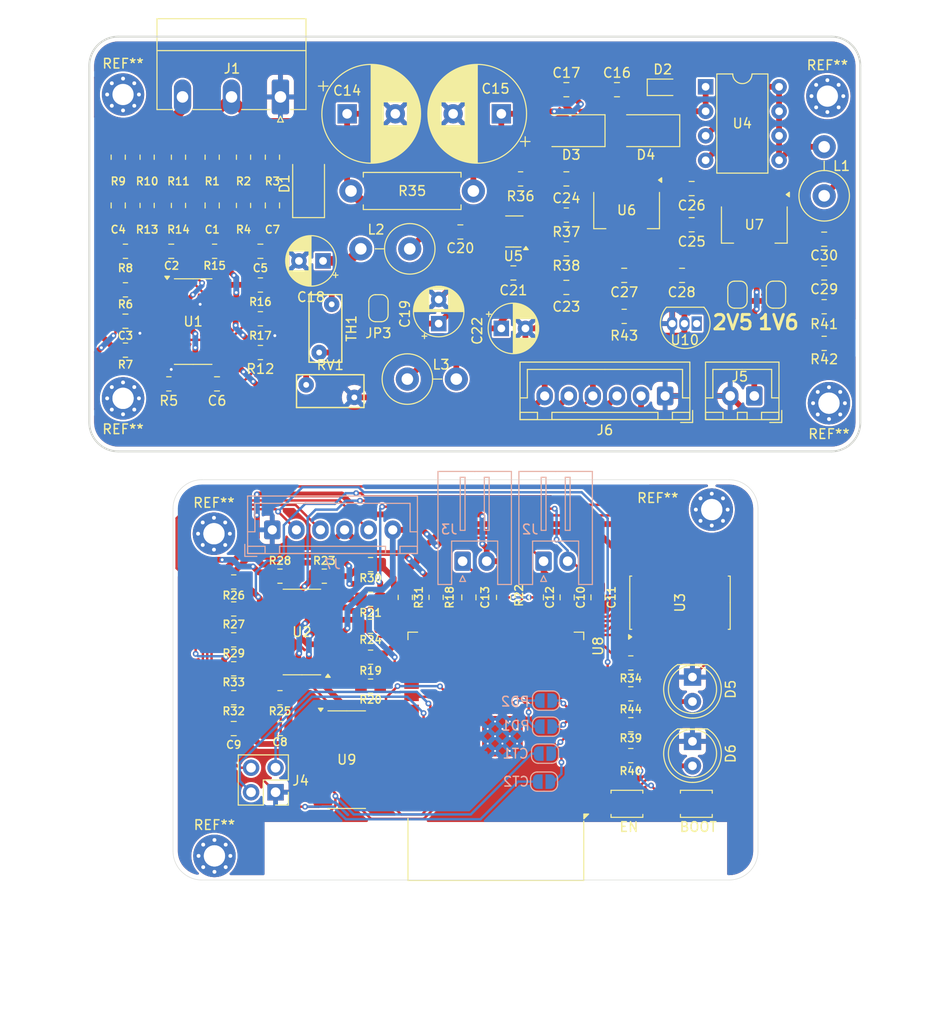
<source format=kicad_pcb>
(kicad_pcb (version 20240108) (generator "pcbnew") (generator_version "8.0")
  (layers (0 "F.Cu" signal) (31 "B.Cu" signal) (34 "B.Paste" user) (35 "F.Paste" user) (36 "B.SilkS" user "B.Silkscreen") (37 "F.SilkS" user "F.Silkscreen") (38 "B.Mask" user) (39 "F.Mask" user) (44 "Edge.Cuts" user))
  (net 0 "")
  (net 1 "Net-(C1-Pad1)")
  (net 2 "GND")
  (net 3 "Net-(C2-Pad1)")
  (net 4 "Net-(U1A--)")
  (net 5 "/PD1_OUT")
  (net 6 "Net-(C4-Pad1)")
  (net 7 "Net-(C5-Pad1)")
  (net 8 "Net-(U1D-+)")
  (net 9 "/PD2_OUT")
  (net 10 "/PD_SingalCond/VREF_ADC1")
  (net 11 "Net-(R1-Pad2)")
  (net 12 "Net-(U1A-+)")
  (net 13 "Net-(R10-Pad1)")
  (net 14 "Net-(U1D--)")
  (net 15 "Net-(U1B--)")
  (net 16 "/CT1_OUT")
  (net 17 "Net-(J3-Pin_2)")
  (net 18 "/CT2_OUT")
  (net 19 "Net-(J3-Pin_1)")
  (net 20 "/5V")
  (net 21 "Net-(U2A--)")
  (net 22 "/3V3")
  (net 23 "Net-(R19-Pad1)")
  (net 24 "Net-(R21-Pad1)")
  (net 25 "Net-(U2C--)")
  (net 26 "Net-(R28-Pad1)")
  (net 27 "Net-(R32-Pad2)")
  (net 28 "/VREF")
  (net 29 "/CT_SignalCond/GAIN_CT1_OUTPUT")
  (net 30 "/CT_SignalCond/GAIN_CT1_IN")
  (net 31 "/CT_SignalCond/GAIN_CT2_OUTPUT")
  (net 32 "/CT_SignalCond/GAIN_CT2_IN")
  (net 40 "Net-(D1-K)")
  (net 41 "Net-(C15-Pad1)")
  (net 42 "Net-(D2-A)")
  (net 43 "Net-(D2-K)")
  (net 44 "Net-(D4-K)")
  (net 45 "/Power Management/16V")
  (net 46 "Net-(U5-BST)")
  (net 47 "Net-(U5-SW)")
  (net 48 "/Power Management/7V")
  (net 49 "Net-(U5-EN)")
  (net 50 "Net-(U5-FB)")
  (net 51 "Net-(J2-Pin_2)")
  (net 52 "Net-(J2-Pin_1)")
  (net 53 "/GAIN_CT2_SW")
  (net 54 "/MCU/TX")
  (net 55 "/MCU/RX")
  (net 56 "/GAIN_CT1_SW")
  (net 57 "/MCU/ADC1_CH6")
  (net 58 "/MCU/ADC1_CH7")
  (net 59 "/MCU/ADC1_CH4")
  (net 60 "/Power Management/2V5")
  (net 61 "/MCU/EN")
  (net 62 "/MCU/BOOT")
  (net 66 "/MCU/MISO")
  (net 79 "/MCU/CS")
  (net 80 "/MCU/CLK")
  (net 81 "/MCU/MOSI")
  (net 82 "/MCU/ADC1_CH5")
  (net 91 "/Power Management/1V65")
  (net 92 "/L1")
  (net 94 "/L2")
  (net 95 "Net-(JP3-A)")
  (net 96 "Net-(JP3-B)")
  (net 97 "Net-(D5-A)")
  (net 98 "Net-(D6-A)")
  (net 99 "/MCU/WIFI_IND")
  (net 100 "/5V_PP")
  (net 101 "/3V3_PP")
  (net 102 "/VREF_PP")
  (net 103 "/PD1_OUT_PP")
  (net 104 "/PD2_OUT_PP")
  (footprint "Package_TO_SOT_SMD:SOT-223-3_TabPin2" (layer "F.Cu") (at 223.25 57.5 -90)
    (property "Reference" "U7")
    (property "Value" "AMS1117-3.3")
  )
  (footprint "Capacitor_SMD:C_0805_2012Metric_Pad1.18x1.45mm_HandSolder" (layer "F.Cu") (at 169.234314 109.734314 180)
    (property "Reference" "C9")
    (property "Value" "100pF")
  )
  (footprint "LED_THT:LED_D5.0mm" (layer "F.Cu") (at 216.834314 104.394314 -90)
    (property "Reference" "D5")
    (property "Value" "LED_Small_Filled")
  )
  (footprint "Varistor:RV_Disc_D7mm_W3.4mm_P5mm" (layer "F.Cu") (at 178.1 70.75 90)
    (property "Reference" "TH1")
    (property "Value" "NTC 10D5")
  )
  (footprint "Package_SO:SOIC-14_3.9x8.7mm_P1.27mm" (layer "F.Cu") (at 165.025 67.54)
    (property "Reference" "U1")
    (property "Value" "MCP6004")
  )
  (footprint "Resistor_SMD:R_0805_2012Metric_Pad1.20x1.40mm_HandSolder" (layer "F.Cu") (at 210.434314 106.134314)
    (property "Reference" "R44")
    (property "Value" "1K")
  )
  (footprint "MountingHole:MountingHole_2.2mm_M2_Pad_Via" (layer "F.Cu") (at 157.75 44)
    (property "Reference" "REF**")
    (property "Value" "MountingHole_2.2mm_M2_Pad_Via")
  )
  (footprint "Resistor_SMD:R_0805_2012Metric_Pad1.20x1.40mm_HandSolder" (layer "F.Cu") (at 197.234314 96.134314 90)
    (property "Reference" "R22")
    (property "Value" "1k")
  )
  (footprint "Resistor_SMD:R_0805_2012Metric_Pad1.20x1.40mm_HandSolder" (layer "F.Cu") (at 169.234314 106.534314 180)
    (property "Reference" "R32")
    (property "Value" "100")
  )
  (footprint "Resistor_THT:R_Axial_DIN0411_L9.9mm_D3.6mm_P12.70mm_Horizontal" (layer "F.Cu") (at 181.4 54)
    (property "Reference" "R35")
    (property "Value" "1k")
  )
  (footprint "Resistor_SMD:R_0805_2012Metric_Pad1.20x1.40mm_HandSolder" (layer "F.Cu") (at 160.25 55.5 -90)
    (property "Reference" "R13")
    (property "Value" "5k1")
  )
  (footprint "Capacitor_SMD:C_0805_2012Metric_Pad1.18x1.45mm_HandSolder" (layer "F.Cu") (at 203.75 52.75)
    (property "Reference" "C24")
    (property "Value" "1nF 25V")
  )
  (footprint "Connector_JST:JST_XH_B2B-XH-A_1x02_P2.50mm_Vertical" (layer "F.Cu") (at 223.25 75.25 180)
    (property "Reference" "J5")
    (property "Value" "Conn_01x02")
  )
  (footprint "Inductor_THT:L_Axial_L12.0mm_D5.0mm_P5.08mm_Vertical_Fastron_MISC" (layer "F.Cu") (at 230.5 54.5 90)
    (property "Reference" "L1")
    (property "Value" "470uH")
  )
  (footprint "Capacitor_SMD:C_0805_2012Metric_Pad1.18x1.45mm_HandSolder" (layer "F.Cu") (at 167.5 74 180)
    (property "Reference" "C6")
    (property "Value" "1nF")
  )
  (footprint "Package_SO:SOIC-16_3.9x9.9mm_P1.27mm" (layer "F.Cu") (at 180.959314 112.959314)
    (property "Reference" "U9")
    (property "Value" "MCP3208")
  )
  (footprint "Resistor_SMD:R_0805_2012Metric_Pad1.20x1.40mm_HandSolder" (layer "F.Cu") (at 183.434314 96.334314)
    (property "Reference" "R21")
    (property "Value" "5k1")
  )
  (footprint "Package_SO:SOIC-14_3.9x8.7mm_P1.27mm" (layer "F.Cu") (at 176.309314 99.724314 180)
    (property "Reference" "U2")
    (property "Value" "MCP6004")
  )
  (footprint "Resistor_SMD:R_0805_2012Metric_Pad1.20x1.40mm_HandSolder" (layer "F.Cu") (at 199 52.75 180)
    (property "Reference" "R36")
    (property "Value" "100k")
  )
  (footprint "" (layer "F.Cu") (at 167.184314 89.534314)
    (property "Reference" "")
    (property "Value" "")
  )
  (footprint "Capacitor_SMD:C_0805_2012Metric_Pad1.18x1.45mm_HandSolder" (layer "F.Cu") (at 230.5 62.5 180)
    (property "Reference" "C29")
    (property "Value" "1nF 25V")
  )
  (footprint "Resistor_SMD:R_0805_2012Metric_Pad1.20x1.40mm_HandSolder" (layer "F.Cu") (at 172 63.75 180)
    (property "Reference" "R16")
    (property "Value" "100")
  )
  (footprint "Resistor_SMD:R_0805_2012Metric_Pad1.20x1.40mm_HandSolder" (layer "F.Cu") (at 172 67.25 180)
    (property "Reference" "R17")
    (property "Value" "100")
  )
  (footprint "Resistor_SMD:R_0805_2012Metric_Pad1.20x1.40mm_HandSolder" (layer "F.Cu") (at 163.5 50.5 90)
    (property "Reference" "R11")
    (property "Value" "5k1")
  )
  (footprint "Button_Switch_SMD:SW_SPST_B3U-1000P" (layer "F.Cu") (at 217.234314 117.534314)
    (property "Reference" "BOOT")
    (property "Value" "BOOT")
  )
  (footprint "Capacitor_SMD:C_0805_2012Metric_Pad1.18x1.45mm_HandSolder" (layer "F.Cu") (at 203.834314 96.134314 90)
    (property "Reference" "C10")
    (property "Value" "1nF")
  )
  (footprint "Resistor_SMD:R_0805_2012Metric_Pad1.20x1.40mm_HandSolder" (layer "F.Cu") (at 173.25 50.5 90)
    (property "Reference" "R3")
    (property "Value" "5k1")
  )
  (footprint "Capacitor_THT:CP_Radial_D10.0mm_P5.00mm" (layer "F.Cu") (at 197 46 180)
    (property "Reference" "C15")
    (property "Value" "10uF 400V")
  )
  (footprint "Resistor_SMD:R_0805_2012Metric_Pad1.20x1.40mm_HandSolder" (layer "F.Cu") (at 178.634314 93.934314)
    (property "Reference" "R23")
    (property "Value" "300k")
  )
  (footprint "Capacitor_SMD:C_0805_2012Metric_Pad1.18x1.45mm_HandSolder" (layer "F.Cu") (at 167 55.5 90)
    (property "Reference" "C1")
    (property "Value" "1nF")
  )
  (footprint "Capacitor_SMD:C_0805_2012Metric_Pad1.18x1.45mm_HandSolder" (layer "F.Cu") (at 162.75 60.25)
    (property "Reference" "C2")
    (property "Value" "100pF")
  )
  (footprint "" (layer "F.Cu") (at 167.234314 122.934314)
    (property "Reference" "")
    (property "Value" "")
  )
  (footprint "Resistor_SMD:R_0805_2012Metric_Pad1.20x1.40mm_HandSolder" (layer "F.Cu") (at 190.234314 96.134314 90)
    (property "Reference" "R18")
    (property "Value" "5k1")
  )
  (footprint "Resistor_SMD:R_0805_2012Metric_Pad1.20x1.40mm_HandSolder" (layer "F.Cu") (at 183.434314 102.334314)
    (property "Reference" "R19")
    (property "Value" "20k")
  )
  (footprint "Diode_SMD:D_SOD-323" (layer "F.Cu") (at 213.75 43.25)
    (property "Reference" "D2")
    (property "Value" "BZT52C16V")
  )
  (footprint "Capacitor_SMD:C_0805_2012Metric_Pad1.18x1.45mm_HandSolder" (layer "F.Cu") (at 203.75 64 180)
    (property "Reference" "C23")
    (property "Value" "22uF 25V")
  )
  (footprint "Resistor_SMD:R_0805_2012Metric_Pad1.20x1.40mm_HandSolder" (layer "F.Cu") (at 170.25 55.5 -90)
    (property "Reference" "R4")
    (property "Value" "5k1")
  )
  (footprint "Package_DIP:DIP-8_W7.62mm" (layer "F.Cu") (at 218.2 43.2)
    (property "Reference" "U4")
    (property "Value" "VIPer22ADIP-E")
  )
  (footprint "Connector_JST:JST_XH_B6B-XH-A_1x06_P2.50mm_Vertical" (layer "F.Cu") (at 214 75.25 180)
    (property "Reference" "J6")
    (property "Value" "Conn_01x06")
  )
  (footprint "Jumper:SolderJumper-2_P1.3mm_Open_RoundedPad1.0x1.5mm" (layer "F.Cu") (at 184.25 66.15 -90)
    (property "Reference" "JP3")
    (property "Value" "SolderJumper_2_Open")
  )
  (footprint "Capacitor_SMD:C_0805_2012Metric_Pad1.18x1.45mm_HandSolder" (layer "F.Cu") (at 230.5 59 180)
    (property "Reference" "C30")
    (property "Value" "22uF 25V")
  )
  (footprint "Resistor_SMD:R_0805_2012Metric_Pad1.20x1.40mm_HandSolder" (layer "F.Cu") (at 169.234314 94.534314 180)
    (property "Reference" "R26")
    (property "Value" "300k")
  )
  (footprint "Capacitor_SMD:C_0805_2012Metric_Pad1.18x1.45mm_HandSolder" (layer "F.Cu") (at 216.75 57.5 180)
    (property "Reference" "C25")
    (property "Value" "22uF 25V")
  )
  (footprint "Resistor_SMD:R_0805_2012Metric_Pad1.20x1.40mm_HandSolder" (layer "F.Cu") (at 162.5 74)
    (property "Reference" "R5")
    (property "Value" "5k1")
  )
  (footprint "Resistor_SMD:R_0805_2012Metric_Pad1.20x1.40mm_HandSolder" (layer "F.Cu") (at 203.75 56.5)
    (property "Reference" "R37")
    (property "Value" "200k")
  )
  (footprint "Capacitor_SMD:C_0805_2012Metric_Pad1.18x1.45mm_HandSolder" (layer "F.Cu") (at 209.75 62.75 180)
    (property "Reference" "C27")
    (property "Value" "22uF 25V")
  )
  (footprint "Capacitor_SMD:C_0805_2012Metric_Pad1.18x1.45mm_HandSolder" (layer "F.Cu") (at 193.634314 96.134314 -90)
    (property "Reference" "C13")
    (property "Value" "1nF")
  )
  (footprint "Resistor_SMD:R_0805_2012Metric_Pad1.20x1.40mm_HandSolder" (layer "F.Cu") (at 174.034314 93.934314)
    (property "Reference" "R28")
    (property "Value" "20k")
  )
  (footprint "Connector_PinHeader_2.54mm:PinHeader_2x02_P2.54mm_Vertical" (layer "F.Cu") (at 173.574314 116.334314 180)
    (property "Reference" "J4")
    (property "Value" "USB")
  )
  (footprint "LED_THT:LED_D5.0mm" (layer "F.Cu") (at 216.834314 111.059314 -90)
    (property "Reference" "D6")
    (property "Value" "LED_Small_Filled")
  )
  (footprint "Capacitor_THT:CP_Radial_D10.0mm_P5.00mm" (layer "F.Cu") (at 181 46)
    (property "Reference" "C14")
    (property "Value" "10uF 400V")
  )
  (footprint "Package_SO:SOIC-16W_5.3x10.2mm_P1.27mm" (layer "F.Cu") (at 215.539314 96.684314 90)
    (property "Reference" "U3")
    (property "Value" "CD4053B")
  )
  (footprint "Capacitor_SMD:C_0805_2012Metric_Pad1.18x1.45mm_HandSolder" (layer "F.Cu") (at 173.25 55.5 90)
    (property "Reference" "C7")
    (property "Value" "1nF")
  )
  (footprint "Capacitor_SMD:C_0805_2012Metric_Pad1.18x1.45mm_HandSolder" (layer "F.Cu") (at 157.25 55.5 90)
    (property "Reference" "C4")
    (property "Value" "1nF")
  )
  (footprint "Capacitor_SMD:C_0805_2012Metric_Pad1.18x1.45mm_HandSolder" (layer "F.Cu") (at 207.034314 96.134314 -90)
    (property "Reference" "C11")
    (property "Value" "1nF")
  )
  (footprint "Resistor_SMD:R_0805_2012Metric_Pad1.20x1.40mm_HandSolder" (layer "F.Cu") (at 209.75 67)
    (property "Reference" "R43")
    (property "Value" "3k3")
  )
  (footprint "Inductor_THT:L_Axial_L12.0mm_D5.0mm_P5.08mm_Vertical_Fastron_MISC" (layer "F.Cu") (at 187.25 73.5)
    (property "Reference" "L3")
    (property "Value" "10uH")
  )
  (footprint "Capacitor_THT:CP_Radial_D5.0mm_P2.50mm" (layer "F.Cu") (at 197 68.25)
    (property "Reference" "C22")
    (property "Value" "22uF 25V")
  )
  (footprint "Resistor_SMD:R_0805_2012Metric_Pad1.20x1.40mm_HandSolder" (layer "F.Cu") (at 158 70.5)
    (property "Reference" "R7")
    (property "Value" "10k")
  )
  (footprint "Capacitor_SMD:C_0805_2012Metric_Pad1.18x1.45mm_HandSolder" (layer "F.Cu") (at 158 67.5)
    (property "Reference" "C3")
    (property "Value" "1nF")
  )
  (footprint "Inductor_THT:L_Axial_L12.0mm_D5.0mm_P5.08mm_Vertical_Fastron_MISC" (layer "F.Cu") (at 187.5 60 180)
    (property "Reference" "L2")
    (property "Value" "1mH")
  )
  (footprint "Capacitor_SMD:C_0805_2012Metric_Pad1.18x1.45mm_HandSolder" (layer "F.Cu") (at 215.75 62.75)
    (property "Reference" "C28")
    (property "Value" "1nF 25V")
  )
  (footprint "Resistor_SMD:R_0805_2012Metric_Pad1.20x1.40mm_HandSolder" (layer "F.Cu") (at 157.25 50.5 -90)
    (property "Reference" "R9")
    (property "Value" "300k")
  )
  (footprint "Resistor_SMD:R_0805_2012Metric_Pad1.20x1.40mm_HandSolder" (layer "F.Cu") (at 230.5 69.8 180)
    (property "Reference" "R42")
    (property "Value" "10k")
  )
  (footprint "Diode_SMD:D_SMA" (layer "F.Cu") (at 177 53.25 90)
    (property "Reference" "D1")
    (property "Value" "1N4007G")
  )
  (footprint "Diode_SMD:D_SMA" (layer "F.Cu") (at 204.25 47.75 180)
    (property "Reference" "D3")
    (property "Value" "D_Filled")
  )
  (footprint "MountingHole:MountingHole_2.2mm_M2_Pad_Via" (layer "F.Cu") (at 167.234314 122.934314)
    (property "Reference" "REF**")
    (property "Value" "MountingHole_2.2mm_M2_Pad_Via")
  )
  (footprint "Capacitor_THT:CP_Radial_D5.0mm_P2.50mm" (layer "F.Cu") (at 190.5 67.75 90)
    (property "Reference" "C19")
    (property "Value" "22uF 25V")
  )
  (footprint "Resistor_SMD:R_0805_2012Metric_Pad1.20x1.40mm_HandSolder" (layer "F.Cu") (at 170.25 50.5 90)
    (property "Reference" "R2")
    (property "Value" "390k")
  )
  (footprint "Resistor_SMD:R_0805_2012Metric_Pad1.20x1.40mm_HandSolder" (layer "F.Cu") (at 174.034314 106.534314 180)
    (property "Reference" "R25")
    (property "Value" "100")
  )
  (footprint "Jumper:SolderJumper-2_P1.3mm_Open_RoundedPad1.0x1.5mm" (layer "F.Cu") (at 221.5 64.75 90)
    (property "Reference" "JP1" (hide yes))
    (property "Value" "SolderJumper_2_Open")
  )
  (footprint "Package_TO_SOT_SMD:SOT-223-3_TabPin2" (layer "F.Cu") (at 210 56 -90)
    (property "Reference" "U6")
    (property "Value" "AMS1117-5.0")
  )
  (footprint "Varistor:RV_Disc_D7mm_W3.4mm_P5mm" (layer "F.Cu") (at 181.75 75.4 180)
    (property "Reference" "RV1")
    (property "Value" "05D391K")
  )
  (footprint "Package_TO_SOT_SMD:SOT-23-6_Handsoldering" (layer "F.Cu") (at 198.35 58.2 180)
    (property "Reference" "U5")
    (property "Value" "LN5016")
  )
  (footprint "MountingHole:MountingHole_2.2mm_M2_Pad_Via" (layer "F.Cu") (at 218.834314 87.034314)
    (property "Reference" "REF**")
    (property "Value" "MountingHole_2.2mm_M2_Pad_Via")
  )
  (footprint "Capacitor_SMD:C_0805_2012Metric_Pad1.18x1.45mm_HandSolder" (layer "F.Cu") (at 172 60.25 180)
    (property "Reference" "C5")
    (property "Value" "100pF")
  )
  (footprint "Package_TO_SOT_THT:TO-92L_Inline" (layer "F.Cu") (at 217.27 67.75 180)
    (property "Reference" "U10")
    (property "Value" "LM4040LP-2.5")
  )
  (footprint "Resistor_SMD:R_0805_2012Metric_Pad1.20x1.40mm_HandSolder" (layer "F.Cu") (at 203.75 60 180)
    (property "Reference" "R38")
    (property "Value" "24k")
  )
  (footprint "Resistor_SMD:R_0805_2012Metric_Pad1.20x1.40mm_HandSolder" (layer "F.Cu") (at 169.234314 97.334314 180)
    (property "Reference" "R27")
    (property "Value" "300k")
  )
  (footprint "Resistor_SMD:R_0805_2012Metric_Pad1.20x1.40mm_HandSolder" (layer "F.Cu") (at 210.434314 109.334314)
    (property "Reference" "R39")
    (property "Value" "10K")
  )
  (footprint "Capacitor_SMD:C_0805_2012Metric_Pad1.18x1.45mm_HandSolder" (layer "F.Cu") (at 216.75 53.75 180)
    (property "Reference" "C26")
    (property "Value" "1nF 25V")
  )
  (footprint "Diode_SMD:D_SMA" (layer "F.Cu") (at 212 47.75 180)
    (property "Reference" "D4")
    (property "Value" "D_Filled")
  )
  (footprint "Resistor_SMD:R_0805_2012Metric_Pad1.20x1.40mm_HandSolder" (layer "F.Cu") (at 160.25 50.5 90)
    (property "Reference" "R10")
    (property "Value" "390k")
  )
  (footprint "Resistor_SMD:R_0805_2012Metric_Pad1.20x1.40mm_HandSolder" (layer "F.Cu") (at 230.5 66 180)
    (property "Reference" "R41")
    (property "Value" "10k")
  )
  (footprint "Capacitor_SMD:C_0805_2012Metric_Pad1.18x1.45mm_HandSolder" (layer "F.Cu") (at 192.75 58.25 180)
    (property "Reference" "C20")
    (property "Value" "0.1uF 25V")
  )
  (footprint "Button_Switch_SMD:SW_SPST_B3U-1000P" (layer "F.Cu") (at 210.034314 117.534314 180)
    (property "Reference" "EN")
    (property "Value" "EN")
  )
  (footprint "Resistor_SMD:R_0805_2012Metric_Pad1.20x1.40mm_HandSolder" (layer "F.Cu") (at 167.25 60.25)
    (property "Reference" "R15")
    (property "Value" "5k1")
  )
  (footprint "Capacitor_SMD:C_0805_2012Metric_Pad1.18x1.45mm_HandSolder" (layer "F.Cu") (at 200.634314 96.134314 90)
    (property "Reference" "C12")
    (property "Value" "1nF")
  )
  (footprint "Resistor_SMD:R_0805_2012Metric_Pad1.20x1.40mm_HandSolder" (layer "F.Cu") (at 167 50.5 -90)
    (property "Reference" "R1")
    (property "Value" "300k")
  )
  (footprint "Resistor_SMD:R_0805_2012Metric_Pad1.20x1.40mm_HandSolder" (layer "F.Cu") (at 187.034314 96.134314 -90)
    (property "Reference" "R31")
    (property "Value" "1k")
  )
  (footprint "Jumper:SolderJumper-2_P1.3mm_Open_RoundedPad1.0x1.5mm" (layer "F.Cu") (at 225.5 64.75 90)
    (property "Reference" "JP2")
    (property "Value" "SolderJumper_2_Open")
  )
  (footprint "Resistor_SMD:R_0805_2012Metric_Pad1.20x1.40mm_HandSolder" (layer "F.Cu") (at 172 70.75)
    (property "Reference" "R12")
    (property "Value" "5k1")
  )
  (footprint "Resistor_SMD:R_0805_2012Metric_Pad1.20x1.40mm_HandSolder" (layer "F.Cu") (at 210.434314 112.534314)
    (property "Reference" "R40")
    (property "Value" "10K")
  )
  (footprint "Capacitor_SMD:C_0805_2012Metric_Pad1.18x1.45mm_HandSolder" (layer "F.Cu") (at 203.75 43.5 180)
    (property "Reference" "C17")
    (property "Value" "4.7uF 25V")
  )
  (footprint "Resistor_SMD:R_0805_2012Metric_Pad1.20x1.40mm_HandSolder" (layer "F.Cu") (at 158 60.25 180)
    (property "Reference" "R8")
    (property "Value" "100")
  )
  (footprint "Resistor_SMD:R_0805_2012Metric_Pad1.20x1.40mm_HandSolder" (layer "F.Cu") (at 210.434314 102.934314)
    (property "Reference" "R34")
    (property "Value" "1K")
  )
  (footprint "Capacitor_SMD:C_0805_2012Metric_Pad1.18x1.45mm_HandSolder" (layer "F.Cu") (at 174.034314 109.734314 180)
    (property "Reference" "C8")
    (property "Value" "100pF")
  )
  (footprint "Capacitor_SMD:C_0805_2012Metric_Pad1.18x1.45mm_HandSolder" (layer "F.Cu") (at 198.25 62.5 180)
    (property "Reference" "C21")
    (property "Value" "100nF 25V")
  )
  (footprint "MountingHole:MountingHole_2.2mm_M2_Pad_Via" (layer "F.Cu") (at 167.184314 89.534314)
    (property "Reference" "REF**")
    (property "Value" "MountingHole_2.2mm_M2_Pad_Via")
  )
  (footprint "Resistor_SMD:R_0805_2012Metric_Pad1.20x1.40mm_HandSolder" (layer "F.Cu") (at 183.434314 105.334314 180)
    (property "Reference" "R20")
    (property "Value" "20k")
  )
  (footprint "RF_Module:ESP32-WROOM-32" (layer "F.Cu") (at 196.434314 109.619314 180)
    (property "Reference" "U8")
    (property "Value" "ESP32-WROOM-32")
  )
  (footprint "Resistor_SMD:R_0805_2012Metric_Pad1.20x1.40mm_HandSolder" (layer "F.Cu") (at 158 64.25)
    (property "Reference" "R6")
    (property "Value" "5k1")
  )
  (footprint "Capacitor_SMD:C_0805_2012Metric_Pad1.18x1.45mm_HandSolder" (layer "F.Cu") (at 209 43.5)
    (property "Reference" "C16")
    (property "Value" "100nF 25V")
  )
  (footprint "Connector_Phoenix_MC_HighVoltage:PhoenixContact_MC_1,5_3-G-5.08_1x03_P5.08mm_Horizontal" (layer "F.Cu") (at 174.08 44.25 180)
    (property "Reference" "J1")
    (property "Value" "AC_INPUT")
  )
  (footprint "MountingHole:MountingHole_2.2mm_M2_Pad_Via" (layer "F.Cu") (at 231 76 180)
    (property "Reference" "REF**")
    (property "Value" "MountingHole_2.2mm_M2_Pad_Via")
  )
  (footprint "Resistor_SMD:R_0805_2012Metric_Pad1.20x1.40mm_HandSolder" (layer "F.Cu") (at 169.234314 103.534314 180)
    (property "Reference" "R33")
    (property "Value" "5k1")
  )
  (footprint "Resistor_SMD:R_0805_2012Metric_Pad1.20x1.40mm_HandSolder" (layer "F.Cu") (at 183.434314 99.134314)
    (property "Reference" "R24")
    (property "Value" "300k")
  )
  (footprint "" (layer "F.Cu") (at 231 76 180)
    (property "Reference" "")
    (property "Value" "")
  )
  (footprint "Resistor_SMD:R_0805_2012Metric_Pad1.20x1.40mm_HandSolder" (layer "F.Cu") (at 169.234314 100.534314 180)
    (property "Reference" "R29")
    (property "Value" "20k")
  )
  (footprint "" (layer "F.Cu") (at 157.75 75.5 180)
    (property "Reference" "")
    (property "Value" "")
  )
  (footprint "Resistor_SMD:R_0805_2012Metric_Pad1.20x1.40mm_HandSolder" (layer "F.Cu") (at 163.5 55.5 90)
    (property "Reference" "R14")
    (property "Value" "10k")
  )
  (footprint "MountingHole:MountingHole_2.2mm_M2_Pad_Via" (layer "F.Cu") (at 230.833274 44.166726)
    (property "Reference" "REF**")
    (property "Value" "MountingHole_2.2mm_M2_Pad_Via")
  )
  (footprint "" (layer "F.Cu") (at 218.834314 87.034314)
    (property "Reference" "")
    (property "Value" "")
  )
  (footprint "Capacitor_THT:CP_Radial_D5.0mm_P2.50mm" (layer "F.Cu") (at 178.5 61.25 180)
    (property "Reference" "C18")
    (property "Value" "4.7uF 35V")
  )
  (footprint "MountingHole:MountingHole_2.2mm_M2_Pad_Via" (layer "F.Cu") (at 157.75 75.5 180)
    (property "Reference" "REF**")
    (property "Value" "MountingHole_2.2mm_M2_Pad_Via")
  )
  (footprint "Resistor_SMD:R_0805_2012Metric_Pad1.20x1.40mm_HandSolder" (layer "F.Cu") (at 183.434314 92.734314 180)
    (property "Reference" "R30")
    (property "Value" "5k1")
  )
  (footprint "Connector_JST:JST_XH_S2B-XH-A_1x02_P2.50mm_Horizontal" (layer "B.Cu") (at 192.984314 92.384314)
    (property "Reference" "J3")
    (property "Value" "CT2")
  )
  (footprint "Jumper:SolderJumper-2_P1.3mm_Open_RoundedPad1.0x1.5mm" (layer "B.Cu") (at 201.534314 112.334314 180)
    (property "Reference" "CT1")
    (property "Value" "SolderJumper_2_Open")
  )
  (footprint "Connector_JST:JST_XH_S2B-XH-A_1x02_P2.50mm_Horizontal" (layer "B.Cu") (at 201.384314 92.384314)
    (property "Reference" "J2")
    (property "Value" "CT1")
  )
  (footprint "Jumper:SolderJumper-2_P1.3mm_Open_RoundedPad1.0x1.5mm" (layer "B.Cu") (at 201.634314 109.534314 180)
    (property "Reference" "PD1")
    (property "Value" "SolderJumper_2_Open")
  )
  (footprint "Connector_JST:JST_XH_B6B-XH-A_1x06_P2.50mm_Vertical" (layer "B.Cu") (at 173.234314 89.134314)
    (property "Reference" "J7")
    (property "Value" "Conn_01x06")
  )
  (footprint "Jumper:SolderJumper-2_P1.3mm_Open_RoundedPad1.0x1.5mm" (layer "B.Cu") (at 201.434314 115.234314 180)
    (property "Reference" "CT2")
    (property "Value" "SolderJumper_2_Open")
  )
  (footprint "Jumper:SolderJumper-2_P1.3mm_Open_RoundedPad1.0x1.5mm" (layer "B.Cu") (at 201.634314 106.834314 180)
    (property "Reference" "PD2")
    (property "Value" "SolderJumper_2_Open")
  )
  (gr_arc (start 165.934314 125.434314) (mid 163.812994 124.555634) (end 162.934314 122.434314) (stroke (width 0.05)) (layer "Edge.Cuts"))
  (gr_line (start 162.934314 122.434314) (end 162.934314 86.934314) (stroke (width 0.05)) (layer "Edge.Cuts"))
  (gr_arc (start 154.25 41) (mid 155.12868 38.87868) (end 157.25 38) (stroke (width 0.2)) (layer "Edge.Cuts"))
  (gr_arc (start 162.934314 86.934314) (mid 163.812994 84.812994) (end 165.934314 83.934314) (stroke (width 0.05)) (layer "Edge.Cuts"))
  (gr_line (start 231.25 81) (end 157.25 81) (stroke (width 0.2)) (layer "Edge.Cuts"))
  (gr_line (start 165.934314 83.934314) (end 220.634314 83.934314) (stroke (width 0.05)) (layer "Edge.Cuts"))
  (gr_arc (start 220.634314 83.934314) (mid 222.755634 84.812994) (end 223.634314 86.934314) (stroke (width 0.05)) (layer "Edge.Cuts"))
  (gr_line (start 157.25 38) (end 231.25 38) (stroke (width 0.2)) (layer "Edge.Cuts"))
  (gr_arc (start 157.25 81) (mid 155.12868 80.12132) (end 154.25 78) (stroke (width 0.2)) (layer "Edge.Cuts"))
  (gr_line (start 154.25 78) (end 154.25 41) (stroke (width 0.2)) (layer "Edge.Cuts"))
  (gr_line (start 234.25 41) (end 234.25 78) (stroke (width 0.2)) (layer "Edge.Cuts"))
  (gr_arc (start 234.25 78) (mid 233.37132 80.12132) (end 231.25 81) (stroke (width 0.2)) (layer "Edge.Cuts"))
  (gr_arc (start 231.25 38) (mid 233.37132 38.87868) (end 234.25 41) (stroke (width 0.2)) (layer "Edge.Cuts"))
  (gr_line (start 223.634314 86.934314) (end 223.634314 122.434314) (stroke (width 0.05)) (layer "Edge.Cuts"))
  (gr_line (start 220.634314 125.434314) (end 165.934314 125.434314) (stroke (width 0.05)) (layer "Edge.Cuts"))
  (gr_arc (start 223.634314 122.434314) (mid 222.755634 124.555634) (end 220.634314 125.434314) (stroke (width 0.05)) (layer "Edge.Cuts"))
  (gr_text "2V5" (at 218.75 68.5 0) (layer "F.SilkS") (effects (font (size 1.5 1.5) (thickness 0.3) (bold yes)) (justify left bottom)))
  (gr_text "1V6" (at 223.5 68.5 0) (layer "F.SilkS") (effects (font (size 1.5 1.5) (thickness 0.3) (bold yes)) (justify left bottom)))
  (segment (start 171.45 55.8) (end 170.75 56.5) (width 0.6) (layer "F.Cu") (net 1))
  (segment (start 170.25 49.5) (end 171.45 50.7) (width 0.6) (layer "F.Cu") (net 1))
  (segment (start 170.25 56.5) (end 167.0375 56.5) (width 0.6) (layer "F.Cu") (net 1))
  (segment (start 170.25 49.5) (end 173.25 49.5) (width 0.6) (layer "F.Cu") (net 1))
  (segment (start 170.75 56.5) (end 170.25 56.5) (width 0.6) (layer "F.Cu") (net 1))
  (segment (start 167.0375 56.5) (end 167 56.5375) (width 0.6) (layer "F.Cu") (net 1))
  (segment (start 171.45 50.7) (end 171.45 55.8) (width 0.6) (layer "F.Cu") (net 1))
  (segment (start 182.459315 117.404314) (end 183.434314 117.404314) (width 0.25) (layer "F.Cu") (net 2))
  (segment (start 171.629414 105.359314) (end 172.109314 105.839214) (width 0.25) (layer "F.Cu") (net 2))
  (segment (start 214.73 67.75) (end 214.73 62.7675) (width 0.6) (layer "F.Cu") (net 2))
  (segment (start 163.5 74) (end 166.4625 74) (width 0.6) (layer "F.Cu") (net 2))
  (segment (start 218.714314 102.514314) (end 216.834314 104.394314) (width 0.25) (layer "F.Cu") (net 2))
  (segment (start 214.7125 62.75) (end 210.7875 62.75) (width 0.6) (layer "F.Cu") (net 2))
  (segment (start 168.196814 109.734314) (end 169.159314 108.771814) (width 0.25) (layer "F.Cu") (net 2))
  (segment (start 227.45 70.8) (end 228.45 69.8) (width 0.6) (layer "F.Cu") (net 2))
  (segment (start 169.159314 105.934314) (end 169.734314 105.359314) (width 0.25) (layer "F.Cu") (net 2))
  (segment (start 172.234314 113.034314) (end 172.234314 114.994314) (width 0.25) (layer "F.Cu") (net 2))
  (segment (start 168.196814 109.734314) (end 168.196814 111.296814) (width 0.25) (layer "F.Cu") (net 2))
  (segment (start 174.809313 99.724314) (end 173.834314 99.724314) (width 0.25) (layer "F.Cu") (net 2))
  (segment (start 172.996814 109.734314) (end 172.109314 108.846814) (width 0.25) (layer "F.Cu") (net 2))
  (segment (start 169.159314 108.771814) (end 169.159314 105.934314) (width 0.25) (layer "F.Cu") (net 2))
  (segment (start 175.134314 103.885222) (end 175.134314 100.049315) (width 0.25) (layer "F.Cu") (net 2))
  (segment (start 215.7125 53.75) (end 213.2 53.75) (width 0.6) (layer "F.Cu") (net 2))
  (segment (start 212.3 52.85) (end 212.3 50.05) (width 0.6) (layer "F.Cu") (net 2))
  (segment (start 206.65 59.1) (end 208.25 57.5) (width 0.6) (layer "F.Cu") (net 2))
  (segment (start 206.65 62.1375) (end 206.65 59.1) (width 0.6) (layer "F.Cu") (net 2))
  (segment (start 224.2 76.75) (end 227.45 73.5) (width 0.6) (layer "F.Cu") (net 2))
  (segment (start 182.459315 111.054314) (end 182.134314 111.379315) (width 0.25) (layer "F.Cu") (net 2))
  (segment (start 171.634314 112.434314) (end 172.234314 113.034314) (width 0.25) (layer "F.Cu") (net 2))
  (segment (start 191.7125 64.0375) (end 190.5 65.25) (width 0.6) (layer "F.Cu") (net 2))
  (segment (start 172.109314 108.846814) (end 172.109314 105.839214) (width 0.25) (layer "F.Cu") (net 2))
  (segment (start 199.5 68.25) (end 200.5375 68.25) (width 0.6) (layer "F.Cu") (net 2))
  (segment (start 212.3 50.05) (end 210 47.75) (width 0.6) (layer "F.Cu") (net 2))
  (segment (start 208.25 57.5) (end 215.7125 57.5) (width 0.6) (layer "F.Cu") (net 2))
  (segment (start 227.45 73.5) (end 227.45 70.8) (width 0.6) (layer "F.Cu") (net 2))
  (segment (start 168.196814 111.296814) (end 169.334314 112.434314) (width 0.25) (layer "F.Cu") (net 2))
  (segment (start 204.7875 64) (end 206.65 62.1375) (width 0.6) (layer "F.Cu") (net 2))
  (segment (start 182.134314 111.379315) (end 182.134314 117.079313) (width 0.25) (layer "F.Cu") (net 2))
  (segment (start 199.5 69.38137) (end 199.5 68.25) (width 0.6) (layer "F.Cu") (net 2))
  (segment (start 183.434314 111.054314) (end 182.459315 111.054314) (width 0.25) (layer "F.Cu") (net 2))
  (segment (start 203.834314 97.171814) (end 200.634314 97.171814) (width 0.25) (layer "F.Cu") (net 2))
  (segment (start 169.334314 112.434314) (end 171.634314 112.434314) (width 0.25) (layer "F.Cu") (net 2))
  (segment (start 193.48137 75.4) (end 199.5 69.38137) (width 0.6) (layer "F.Cu") (net 2))
  (segment (start 213.2 53.75) (end 212.3 52.85) (width 0.6) (layer "F.Cu") (net 2))
  (segment (start 200.5375 68.25) (end 204.7875 64) (width 0.6) (layer "F.Cu") (net 2))
  (segment (start 172.234314 114.994314) (end 173.574314 116.334314) (width 0.25) (layer "F.Cu") (net 2))
  (segment (start 214.73 62.7675) (end 214.7125 62.75) (width 0.6) (layer "F.Cu") (net 2))
  (segment (start 220.75 75.25) (end 222.25 76.75) (width 0.6) (layer "F.Cu") (net 2))
  (segment (start 218.714314 99.934314) (end 218.714314 102.514314) (width 0.25) (layer "F.Cu") (net 2))
  (segment (start 172.109314 105.839214) (end 173.789214 104.159314) (width 0.25) (layer "F.Cu") (net 2))
  (segment (start 174.860222 104.159314) (end 175.134314 103.885222) (width 0.25) (layer "F.Cu") (net 2))
  (segment (start 175.134314 100.049315) (end 174.809313 99.724314) (width 0.25) (layer "F.Cu") (net 2))
  (segment (start 182.134314 117.079313) (end 182.459315 117.404314) (width 0.25) (layer "F.Cu") (net 2))
  (segment (start 169.734314 105.359314) (end 171.629414 105.359314) (width 0.25) (layer "F.Cu") (net 2))
  (segment (start 181.75 75.4) (end 193.48137 75.4) (width 0.6) (layer "F.Cu") (net 2))
  (segment (start 222.25 76.75) (end 224.2 76.75) (width 0.6) (layer "F.Cu") (net 2))
  (segment (start 207.034314 97.171814) (end 203.834314 97.171814) (width 0.25) (layer "F.Cu") (net 2))
  (segment (start 228.45 69.8) (end 229.5 69.8) (width 0.6) (layer "F.Cu") (net 2))
  (segment (start 214 75.25) (end 220.75 75.25) (width 0.6) (layer "F.Cu") (net 2))
  (segment (start 219.984314 99.934314) (end 218.714314 99.934314) (width 0.25) (layer "F.Cu") (net 2))
  (segment (start 191.7125 58.25) (end 191.7125 64.0375) (width 0.6) (layer "F.Cu") (net 2))
  (segment (start 173.789214 104.159314) (end 174.860222 104.159314) (width 0.25) (layer "F.Cu") (net 2))
  (via (at 165.75 65.75) (size 0.6) (drill 0.3) (layers "F.Cu" "B.Cu") (net 2))
  (via (at 162.75 72.5) (size 0.6) (drill 0.3) (layers "F.Cu" "B.Cu") (net 2))
  (via (at 159.5 68.75) (size 0.6) (drill 0.3) (layers "F.Cu" "B.Cu") (net 2))
  (via (at 173.5 69) (size 0.6) (drill 0.3) (layers "F.Cu" "B.Cu") (net 2))
  (segment (start 160.5125 59.05) (end 158.2 59.05) (width 0.6) (layer "F.Cu") (net 3))
  (segment (start 158.2 59.05) (end 157 60.25) (width 0.6) (layer "F.Cu") (net 3))
  (segment (start 161.7125 60.25) (end 160.5125 59.05) (width 0.6) (layer "F.Cu") (net 3))
  (segment (start 157 64.25) (end 157 60.25) (width 0.6) (layer "F.Cu") (net 3))
  (segment (start 161.75 60.2875) (end 161.7125 60.25) (width 0.6) (layer "F.Cu") (net 3))
  (segment (start 162.55 63.73) (end 161.75 62.93) (width 0.6) (layer "F.Cu") (net 3))
  (segment (start 161.75 62.93) (end 161.75 60.2875) (width 0.6) (layer "F.Cu") (net 3))
  (segment (start 160.3 68.95) (end 160.3 65.55) (width 0.25) (layer "F.Cu") (net 4))
  (segment (start 163.7875 60.25) (end 164.025 60.4875) (width 0.6) (layer "F.Cu") (net 4))
  (segment (start 162.55 65) (end 163.524999 65) (width 0.6) (layer "F.Cu") (net 4))
  (segment (start 164.025 64.475) (end 163.5 65) (width 0.6) (layer "F.Cu") (net 4))
  (segment (start 163.5 65) (end 162.55 65) (width 0.6) (layer "F.Cu") (net 4))
  (segment (start 162.55 65) (end 159.75 65) (width 0.6) (layer "F.Cu") (net 4))
  (segment (start 160.5 74) (end 158 71.5) (width 0.25) (layer "F.Cu") (net 4))
  (segment (start 158 71.5) (end 158 69.8799) (width 0.25) (layer "F.Cu") (net 4))
  (segment (start 164.025 60.4875) (end 164.025 64.475) (width 0.6) (layer "F.Cu") (net 4))
  (segment (start 160.3 65.55) (end 159.75 65) (width 0.25) (layer "F.Cu") (net 4))
  (segment (start 158.4049 69.475) (end 159.775 69.475) (width 0.25) (layer "F.Cu") (net 4))
  (segment (start 159.75 65) (end 159 64.25) (width 0.6) (layer "F.Cu") (net 4))
  (segment (start 158 69.8799) (end 158.4049 69.475) (width 0.25) (layer "F.Cu") (net 4))
  (segment (start 161.5 74) (end 160.5 74) (width 0.25) (layer "F.Cu") (net 4))
  (segment (start 159.775 69.475) (end 160.3 68.95) (width 0.25) (layer "F.Cu") (net 4))
  (segment (start 165.134314 93.334314) (end 165.134314 98.954594) (width 0.25) (layer "F.Cu") (net 5))
  (segment (start 178.234314 89.134314) (end 175.637239 86.537239) (width 0.25) (layer "F.Cu") (net 5))
  (segment (start 178.054314 117.834314) (end 178.484314 117.404314) (width 0.25) (layer "F.Cu") (net 5))
  (segment (start 166.484314 113.784314) (end 170.534314 117.834314) (width 0.25) (layer "F.Cu") (net 5))
  (segment (start 164.209314 92.409314) (end 165.134314 93.334314) (width 0.25) (layer "F.Cu") (net 5))
  (segment (start 165.974103 86.537239) (end 164.209314 88.302028) (width 0.25) (layer "F.Cu") (net 5))
  (segment (start 176.634314 117.834314) (end 178.054314 117.834314) (width 0.25) (layer "F.Cu") (net 5))
  (segment (start 170.534314 117.834314) (end 176.634314 117.834314) (width 0.25) (layer "F.Cu") (net 5))
  (segment (start 165.134314 98.954594) (end 166.484314 100.304594) (width 0.25) (layer "F.Cu") (net 5))
  (segment (start 175.637239 86.537239) (end 165.974103 86.537239) (width 0.25) (layer "F.Cu") (net 5))
  (segment (start 164.209314 88.302028) (end 164.209314 92.409314) (width 0.25) (layer "F.Cu") (net 5))
  (segment (start 166.484314 100.304594) (end 166.484314 113.784314) (width 0.25) (layer "F.Cu") (net 5))
  (via (at 176.634314 117.834314) (size 0.6) (drill 0.3) (layers "F.Cu" "B.Cu") (net 5))
  (segment (start 194.834314 119.134314) (end 180.868198 119.134314) (width 0.25) (layer "B.Cu") (net 5))
  (segment (start 179.568198 117.834314) (end 176.634314 117.834314) (width 0.25) (layer "B.Cu") (net 5))
  (segment (start 200.784314 115.234314) (end 198.734314 115.234314) (width 0.25) (layer "B.Cu") (net 5))
  (segment (start 198.734314 115.234314) (end 194.834314 119.134314) (width 0.25) (layer "B.Cu") (net 5))
  (segment (start 180.868198 119.134314) (end 179.568198 117.834314) (width 0.25) (layer "B.Cu") (net 5))
  (segment (start 200.734314 115.234314) (end 200.634314 115.134314) (width 0.25) (layer "B.Cu") (net 5))
  (segment (start 157.2875 56.5) (end 157.25 56.5375) (width 0.6) (layer "F.Cu") (net 6))
  (segment (start 159 55.5) (end 159 53.75) (width 0.6) (layer "F.Cu") (net 6))
  (segment (start 161.25 53) (end 161.75 52.5) (width 0.6) (layer "F.Cu") (net 6))
  (segment (start 160 56.5) (end 159 55.5) (width 0.6) (layer "F.Cu") (net 6))
  (segment (start 161.75 51) (end 160.25 49.5) (width 0.6) (layer "F.Cu") (net 6))
  (segment (start 161.75 52.5) (end 161.75 51) (width 0.6) (layer "F.Cu") (net 6))
  (segment (start 163.5 49.5) (end 160.25 49.5) (width 0.6) (layer "F.Cu") (net 6))
  (segment (start 160.25 56.5) (end 160 56.5) (width 0.6) (layer "F.Cu") (net 6))
  (segment (start 159.75 53) (end 161.25 53) (width 0.6) (layer "F.Cu") (net 6))
  (segment (start 159 53.75) (end 159.75 53) (width 0.6) (layer "F.Cu") (net 6))
  (segment (start 160.25 56.5) (end 157.2875 56.5) (width 0.6) (layer "F.Cu") (net 6))
  (segment (start 169 63.73) (end 170.98 63.73) (width 0.6) (layer "F.Cu") (net 7))
  (segment (start 167.5 63.73) (end 169 63.73) (width 0.6) (layer "F.Cu") (net 7))
  (segment (start 171 62.25) (end 171 63.75) (width 0.6) (layer "F.Cu") (net 7))
  (segment (start 168.73 63.73) (end 166.25 61.25) (width 0.6) (layer "F.Cu") (net 7))
  (segment (start 173.0375 60.25) (end 173 60.25) (width 0.6) (layer "F.Cu") (net 7))
  (segment (start 166.25 61.25) (end 166.25 60.25) (width 0.6) (layer "F.Cu") (net 7))
  (segment (start 173 60.25) (end 171 62.25) (width 0.6) (layer "F.Cu") (net 7))
  (segment (start 170.98 63.73) (end 171 63.75) (width 0.6) (layer "F.Cu") (net 7))
  (segment (start 169 63.73) (end 168.73 63.73) (width 0.6) (layer "F.Cu") (net 7))
  (segment (start 167.5 63.73) (end 166.73 63.73) (width 0.6) (layer "F.Cu") (net 7))
  (segment (start 169.433058 67.228059) (end 168.474999 66.27) (width 0.6) (layer "F.Cu") (net 8))
  (segment (start 169.5 65.244999) (end 169.5 64.53) (width 0.6) (layer "F.Cu") (net 8))
  (segment (start 167.5 66.27) (end 168.474999 66.27) (width 0.6) (layer "F.Cu") (net 8))
  (segment (start 170.9625 60.25) (end 168.25 60.25) (width 0.6) (layer "F.Cu") (net 8))
  (segment (start 168.474999 66.27) (end 169.5 65.244999) (width 0.6) (layer "F.Cu") (net 8))
  (segment (start 168.25 60.25) (end 168.25 61.75) (width 0.6) (layer "F.Cu") (net 8))
  (segment (start 170.191942 68.941942) (end 171 69.75) (width 0.6) (layer "F.Cu") (net 8))
  (segment (start 171 69.75) (end 171 70.75) (width 0.6) (layer "F.Cu") (net 8))
  (segment (start 169.433058 67.933058) (end 169.433058 67.228059) (width 0.6) (layer "F.Cu") (net 8))
  (segment (start 168.25 61.75) (end 169.25 62.75) (width 0.6) (layer "F.Cu") (net 8))
  (via (at 169.433058 67.933058) (size 0.6) (drill 0.3) (layers "F.Cu" "B.Cu") (net 8))
  (via (at 169.5 64.53) (size 0.6) (drill 0.3) (layers "F.Cu" "B.Cu") (net 8))
  (via (at 169.25 62.75) (size 0.6) (drill 0.3) (layers "F.Cu" "B.Cu") (net 8))
  (via (at 170.191942 68.941942) (size 0.6) (drill 0.3) (layers "F.Cu" "B.Cu") (net 8))
  (segment (start 169.5 63) (end 169.25 62.75) (width 0.6) (layer "B.Cu") (net 8))
  (segment (start 169.433058 68.183058) (end 170.191942 68.941942) (width 0.6) (layer "B.Cu") (net 8))
  (segment (start 169.5 64.53) (end 169.5 63) (width 0.6) (layer "B.Cu") (net 8))
  (segment (start 169.433058 67.933058) (end 169.433058 68.183058) (width 0.6) (layer "B.Cu") (net 8))
  (segment (start 165.787707 86.087239) (end 163.759314 88.115632) (width 0.25) (layer "F.Cu") (net 9))
  (segment (start 179.784314 117.755222) (end 179.784314 116.734314) (width 0.25) (layer "F.Cu") (net 9))
  (segment (start 166.034314 100.49099) (end 166.034314 113.97071) (width 0.25) (layer "F.Cu") (net 9))
  (segment (start 164.684314 99.14099) (end 166.034314 100.49099) (width 0.25) (layer "F.Cu") (net 9))
  (segment (start 179.784314 116.459315) (end 179.459313 116.134314) (width 0.25) (layer "F.Cu") (net 9))
  (segment (start 180.187239 86.087239) (end 165.787707 86.087239) (width 0.25) (layer "F.Cu") (net 9))
  (segment (start 163.759314 92.59571) (end 164.684314 93.52071) (width 0.25) (layer "F.Cu") (net 9))
  (segment (start 163.759314 88.115632) (end 163.759314 92.59571) (width 0.25) (layer "F.Cu") (net 9))
  (segment (start 164.684314 93.52071) (end 164.684314 99.14099) (width 0.25) (layer "F.Cu") (net 9))
  (segment (start 170.597918 118.534314) (end 179.005222 118.534314) (width 0.25) (layer "F.Cu") (net 9))
  (segment (start 183.234314 89.134314) (end 180.187239 86.087239) (width 0.25) (layer "F.Cu") (net 9))
  (segment (start 166.034314 113.97071) (end 170.597918 118.534314) (width 0.25) (layer "F.Cu") (net 9))
  (segment (start 179.784314 116.734314) (end 179.784314 116.459315) (width 0.25) (layer "F.Cu") (net 9))
  (segment (start 179.459313 116.134314) (end 178.484314 116.134314) (width 0.25) (layer "F.Cu") (net 9))
  (segment (start 179.005222 118.534314) (end 179.784314 117.755222) (width 0.25) (layer "F.Cu") (net 9))
  (via (at 179.784314 116.734314) (size 0.6) (drill 0.3) (layers "F.Cu" "B.Cu") (net 9))
  (segment (start 179.784314 116.734314) (end 181.684314 118.634314) (width 0.25) (layer "B.Cu") (net 9))
  (segment (start 200.134314 112.334314) (end 200.884314 112.334314) (width 0.25) (layer "B.Cu") (net 9))
  (segment (start 193.834314 118.634314) (end 200.134314 112.334314) (width 0.25) (layer "B.Cu") (net 9))
  (segment (start 181.684314 118.634314) (end 193.834314 118.634314) (width 0.25) (layer "B.Cu") (net 9))
  (segment (start 155.25 58.75) (end 155.875 59.375) (width 0.6) (layer "F.Cu") (net 10))
  (segment (start 172.75 46.75) (end 171.5 45.5) (width 0.6) (layer "F.Cu") (net 10))
  (segment (start 155.5 59.75) (end 155.875 59.375) (width 0.6) (layer "F.Cu") (net 10))
  (segment (start 157 58.25) (end 162.5 58.25) (width 0.6) (layer "F.Cu") (net 10))
  (segment (start 175.75 53.5) (end 177.467588 53.5) (width 0.6) (layer "F.Cu") (net 10))
  (segment (start 173.95 66.3) (end 173.95 57.2375) (width 0.25) (layer "F.Cu") (net 10))
  (segment (start 157 70.5) (end 155.5 69) (width 0.6) (layer "F.Cu") (net 10))
  (segment (start 171.5 43) (end 169.5 41) (width 0.6) (layer "F.Cu") (net 10))
  (segment (start 176.589214 46.75) (end 172.75 46.75) (width 0.6) (layer "F.Cu") (net 10))
  (segment (start 178.4 52.567588) (end 178.4 48.560786) (width 0.6) (layer "F.Cu") (net 10))
  (segment (start 175 55.75) (end 175 54.25) (width 0.6) (layer "F.Cu") (net 10))
  (segment (start 155.25 46.5) (end 155.25 58.75) (width 0.6) (layer "F.Cu") (net 10))
  (segment (start 173.95 57.2375) (end 173.25 56.5375) (width 0.25) (layer "F.Cu") (net 10))
  (segment (start 173.25 56.5375) (end 174.2125 56.5375) (width 0.6) (layer "F.Cu") (net 10))
  (segment (start 178.4 48.560786) (end 176.589214 46.75) (width 0.6) (layer "F.Cu") (net 10))
  (segment (start 155.05 46.3) (end 155.25 46.5) (width 0.6) (layer "F.Cu") (net 10))
  (segment (start 174.2125 56.5375) (end 175 55.75) (width 0.6) (layer "F.Cu") (net 10))
  (segment (start 169.5 41) (end 156.3 41) (width 0.6) (layer "F.Cu") (net 10))
  (segment (start 155.875 59.375) (end 157 58.25) (width 0.6) (layer "F.Cu") (net 10))
  (segment (start 156.3 41) (end 155.05 42.25) (width 0.6) (layer "F.Cu") (net 10))
  (segment (start 173 67.25) (end 173.95 66.3) (width 0.25) (layer "F.Cu") (net 10))
  (segment (start 177.467588 53.5) (end 178.4 52.567588) (width 0.6) (layer "F.Cu") (net 10))
  (segment (start 175 54.25) (end 175.75 53.5) (width 0.6) (layer "F.Cu") (net 10))
  (segment (start 163.5 57.25) (end 163.5 56.5) (width 0.6) (layer "F.Cu") (net 10))
  (segment (start 162.5 58.25) (end 163.5 57.25) (width 0.6) (layer "F.Cu") (net 10))
  (segment (start 155.05 42.25) (end 155.05 46.3) (width 0.6) (layer "F.Cu") (net 10))
  (segment (start 155.5 69) (end 155.5 59.75) (width 0.6) (layer "F.Cu") (net 10))
  (segment (start 171.5 45.5) (end 171.5 43) (width 0.6) (layer "F.Cu") (net 10))
  (segment (start 167 51.5) (end 170.25 51.5) (width 0.6) (layer "F.Cu") (net 11))
  (segment (start 165.75 56.1549) (end 166.3299 55.575) (width 0.25) (layer "F.Cu") (net 12))
  (segment (start 162.55 66.27) (end 163.48 66.27) (width 0.5) (layer "F.Cu") (net 12))
  (segment (start 165.952108 63.543224) (end 165.325 62.916116) (width 0.25) (layer "F.Cu") (net 12))
  (segment (start 160.75 69.35) (end 159.6 70.5) (width 0.25) (layer "F.Cu") (net 12))
  (segment (start 165.325 59.425) (end 165.75 59) (width 0.25) (layer "F.Cu") (net 12))
  (segment (start 160.75 66.75) (end 160.75 69.35) (width 0.25) (layer "F.Cu") (net 12))
  (segment (start 162.55 66.27) (end 161.23 66.27) (width 0.5) (layer "F.Cu") (net 12))
  (segment (start 159.6 70.5) (end 159 70.5) (width 0.25) (layer "F.Cu") (net 12))
  (segment (start 169.175 55.575) (end 170.25 54.5) (width 0.25) (layer "F.Cu") (net 12))
  (segment (start 161.23 66.27) (end 160.75 66.75) (width 0.25) (layer "F.Cu") (net 12))
  (segment (start 163.48 66.27) (end 165 64.75) (width 0.5) (layer "F.Cu") (net 12))
  (segment (start 166.3299 55.575) (end 169.175 55.575) (width 0.25) (layer "F.Cu") (net 12))
  (segment (start 165.75 59) (end 165.75 56.1549) (width 0.25) (layer "F.Cu") (net 12))
  (segment (start 165.325 62.916116) (end 165.325 59.425) (width 0.25) (layer "F.Cu") (net 12))
  (via (at 165 64.75) (size 0.6) (drill 0.3) (layers "F.Cu" "B.Cu") (net 12))
  (via (at 165.952108 63.543224) (size 0.6) (drill 0.3) (layers "F.Cu" "B.Cu") (net 12))
  (segment (start 165.952108 63.797892) (end 165 64.75) (width 0.5) (layer "B.Cu") (net 12))
  (segment (start 165.952108 63.543224) (end 165.952108 63.797892) (width 0.5) (layer "B.Cu") (net 12))
  (segment (start 160.25 51.5) (end 157.25 51.5) (width 0.6) (layer "F.Cu") (net 13))
  (segment (start 164.7 63.174999) (end 164.7 55.7) (width 0.25) (layer "F.Cu") (net 14))
  (segment (start 160.25 54.5) (end 163.5 54.5) (width 0.6) (layer "F.Cu") (net 14))
  (segment (start 167.5 65) (end 166.525001 65) (width 0.25) (layer "F.Cu") (net 14))
  (segment (start 166.525001 65) (end 164.7 63.174999) (width 0.25) (layer "F.Cu") (net 14))
  (segment (start 164.7 55.7) (end 163.5 54.5) (width 0.25) (layer "F.Cu") (net 14))
  (segment (start 168.815 69.435) (end 163.195 69.435) (width 0.25) (layer "F.Cu") (net 15))
  (segment (start 171 67.25) (end 168.815 69.435) (width 0.25) (layer "F.Cu") (net 15))
  (segment (start 163.195 69.435) (end 162.55 70.08) (width 0.25) (layer "F.Cu") (net 15))
  (segment (start 162.55 70.08) (end 162.55 71.35) (width 0.6) (layer "F.Cu") (net 15))
  (segment (start 177.85592 113.594314) (end 178.484314 113.594314) (width 0.6) (layer "F.Cu") (net 16))
  (segment (start 195.759314 107.034314) (end 195.159314 106.434314) (width 0.25) (layer "F.Cu") (net 16))
  (segment (start 180.494314 113.594314) (end 178.484314 113.594314) (width 0.25) (layer "F.Cu") (net 16))
  (segment (start 192.034314 106.434314) (end 190.734314 107.734314) (width 0.25) (layer "F.Cu") (net 16))
  (segment (start 190.734314 107.734314) (end 190.734314 117.30571) (width 0.25) (layer "F.Cu") (net 16))
  (segment (start 175.034314 106.534314) (end 175.034314 109.696814) (width 0.6) (layer "F.Cu") (net 16))
  (segment (start 190.734314 117.30571) (end 188.94571 119.094314) (width 0.25) (layer "F.Cu") (net 16))
  (segment (start 181.634314 114.734314) (end 180.494314 113.594314) (width 0.25) (layer "F.Cu") (net 16))
  (segment (start 181.634314 117.255222) (end 181.634314 114.734314) (width 0.25) (layer "F.Cu") (net 16))
  (segment (start 183.473406 119.094314) (end 181.634314 117.255222) (width 0.25) (layer "F.Cu") (net 16))
  (segment (start 175.071814 109.734314) (end 175.071814 110.810208) (width 0.6) (layer "F.Cu") (net 16))
  (segment (start 188.94571 119.094314) (end 183.473406 119.094314) (width 0.25) (layer "F.Cu") (net 16))
  (segment (start 175.071814 110.810208) (end 177.85592 113.594314) (width 0.6) (layer "F.Cu") (net 16))
  (segment (start 175.034314 109.696814) (end 175.071814 109.734314) (width 0.6) (layer "F.Cu") (net 16))
  (segment (start 195.159314 106.434314) (end 192.034314 106.434314) (width 0.25) (layer "F.Cu") (net 16))
  (segment (start 198.534314 107.034314) (end 195.759314 107.034314) (width 0.25) (layer "F.Cu") (net 16))
  (via (at 198.534314 107.034314) (size 0.6) (drill 0.3) (layers "F.Cu" "B.Cu") (net 16))
  (segment (start 200.984314 106.834314) (end 198.734314 106.834314) (width 0.25) (layer "B.Cu") (net 16))
  (segment (start 198.734314 106.834314) (end 198.534314 107.034314) (width 0.25) (layer "B.Cu") (net 16))
  (segment (start 169.034314 98.534314) (end 170.234314 97.334314) (width 0.6) (layer "F.Cu") (net 17))
  (segment (start 168.234314 93.334314) (end 167.566726 93.334314) (width 0.6) (layer "F.Cu") (net 17))
  (segment (start 167.566726 93.334314) (end 167.134314 93.766726) (width 0.6) (layer "F.Cu") (net 17))
  (segment (start 194.834314 87.534314) (end 195.034314 87.734314) (width 0.6) (layer "F.Cu") (net 17))
  (segment (start 170.234314 97.334314) (end 170.234314 98.034314) (width 0.6) (layer "F.Cu") (net 17))
  (segment (start 167.134314 98.234314) (end 167.434314 98.534314) (width 0.6) (layer "F.Cu") (net 17))
  (segment (start 167.434314 98.534314) (end 169.034314 98.534314) (width 0.6) (layer "F.Cu") (net 17))
  (segment (start 200.634314 95.096814) (end 197.921814 92.384314) (width 0.6) (layer "F.Cu") (net 17))
  (segment (start 195.484314 91.034314) (end 195.484314 92.384314) (width 0.6) (layer "F.Cu") (net 17))
  (segment (start 195.034314 90.584314) (end 195.484314 91.034314) (width 0.6) (layer "F.Cu") (net 17))
  (segment (start 197.921814 92.384314) (end 195.484314 92.384314) (width 0.6) (layer "F.Cu") (net 17))
  (segment (start 171.634314 87.612239) (end 171.634314 89.934314) (width 0.6) (layer "F.Cu") (net 17))
  (segment (start 171.634314 89.934314) (end 168.234314 93.334314) (width 0.6) (layer "F.Cu") (net 17))
  (segment (start 182.518198 87.534314) (end 194.834314 87.534314) (width 0.6) (layer "F.Cu") (net 17))
  (segment (start 170.234314 98.034314) (end 173.194314 100.994314) (width 0.6) (layer "F.Cu") (net 17))
  (segment (start 180.446123 85.462239) (end 182.518198 87.534314) (width 0.6) (layer "F.Cu") (net 17))
  (segment (start 171.634314 85.462239) (end 180.446123 85.462239) (width 0.6) (layer "F.Cu") (net 17))
  (segment (start 173.194314 100.994314) (end 173.834314 100.994314) (width 0.6) (layer "F.Cu") (net 17))
  (segment (start 167.134314 93.766726) (end 167.134314 98.234314) (width 0.6) (layer "F.Cu") (net 17))
  (via (at 171.634314 87.612239) (size 0.6) (drill 0.3) (layers "F.Cu" "B.Cu") (net 17))
  (via (at 195.034314 90.584314) (size 0.6) (drill 0.3) (layers "F.Cu" "B.Cu") (net 17))
  (via (at 171.634314 85.462239) (size 0.6) (drill 0.3) (layers "F.Cu" "B.Cu") (net 17))
  (via (at 195.034314 87.734314) (size 0.6) (drill 0.3) (layers "F.Cu" "B.Cu") (net 17))
  (segment (start 195.034314 87.734314) (end 195.034314 90.584314) (width 0.6) (layer "B.Cu") (net 17))
  (segment (start 171.634314 85.462239) (end 171.634314 87.612239) (width 0.6) (layer "B.Cu") (net 17))
  (segment (start 170.271814 109.734314) (end 170.271814 106.571814) (width 0.6) (layer "F.Cu") (net 18))
  (segment (start 182.408406 110.409314) (end 177.408406 105.409314) (width 0.25) (layer "F.Cu") (net 18))
  (segment (start 174.109314 105.759314) (end 174.109314 111.334314) (width 0.25) (layer "F.Cu") (net 18))
  (segment (start 184.460222 110.409314) (end 182.408406 110.409314) (width 0.25) (layer "F.Cu") (net 18))
  (segment (start 170.271814 106.571814) (end 170.234314 106.534314) (width 0.6) (layer "F.Cu") (net 18))
  (segment (start 177.408406 105.409314) (end 174.459314 105.409314) (width 0.25) (layer "F.Cu") (net 18))
  (segment (start 185.034314 106.534314) (end 185.034314 109.835222) (width 0.25) (layer "F.Cu") (net 18))
  (segment (start 186.234314 105.334314) (end 185.034314 106.534314) (width 0.25) (layer "F.Cu") (net 18))
  (segment (start 195.77071 106.409314) (end 198.793198 106.409314) (width 0.25) (layer "F.Cu") (net 18))
  (segment (start 195.09571 105.734314) (end 195.77071 106.409314) (width 0.25) (layer "F.Cu") (net 18))
  (segment (start 191.009314 105.734314) (end 195.09571 105.734314) (width 0.25) (layer "F.Cu") (net 18))
  (segment (start 170.271814 109.734314) (end 171.871814 111.334314) (width 0.6) (layer "F.Cu") (net 18))
  (segment (start 177.509315 114.864314) (end 178.484314 114.864314) (width 0.25) (layer "F.Cu") (net 18))
  (segment (start 198.793198 106.409314) (end 199.834314 107.45043) (width 0.25) (layer "F.Cu") (net 18))
  (segment (start 174.459314 105.409314) (end 174.109314 105.759314) (width 0.25) (layer "F.Cu") (net 18))
  (segment (start 190.634314 105.359314) (end 191.009314 105.734314) (width 0.25) (layer "F.Cu") (net 18))
  (segment (start 174.109314 111.334314) (end 174.109314 111.464313) (width 0.25) (layer "F.Cu") (net 18))
  (segment (start 199.834314 107.45043) (end 199.834314 108.034314) (width 0.25) (layer "F.Cu") (net 18))
  (segment (start 171.871814 111.334314) (end 174.109314 111.334314) (width 0.6) (layer "F.Cu") (net 18))
  (segment (start 174.109314 111.464313) (end 177.509315 114.864314) (width 0.25) (layer "F.Cu") (net 18))
  (segment (start 185.034314 109.835222) (end 184.460222 110.409314) (width 0.25) (layer "F.Cu") (net 18))
  (via (at 199.834314 108.034314) (size 0.6) (drill 0.3) (layers "F.Cu" "B.Cu") (net 18))
  (via (at 186.234314 105.334314) (size 0.6) (drill 0.3) (layers "F.Cu" "B.Cu") (net 18))
  (via (at 190.634314 105.359314) (size 0.6) (drill 0.3) (layers "F.Cu" "B.Cu") (net 18))
  (segment (start 186.234314 105.334314) (end 190.609314 105.334314) (width 0.25) (layer "B.Cu") (net 18))
  (segment (start 200.434314 109.534314) (end 199.834314 108.934314) (width 0.25) (layer "B.Cu") (net 18))
  (segment (start 200.984314 109.534314) (end 200.434314 109.534314) (width 0.25) (layer "B.Cu") (net 18))
  (segment (start 199.834314 108.934314) (end 199.834314 108.034314) (width 0.25) (layer "B.Cu") (net 18))
  (segment (start 190.609314 105.334314) (end 190.634314 105.359314) (width 0.25) (layer "B.Cu") (net 18))
  (segment (start 208.434314 86.534314) (end 203.018198 86.534314) (width 0.25) (layer "F.Cu") (net 19))
  (segment (start 208.786522 97.509314) (end 209.559314 97.509314) (width 0.25) (layer "F.Cu") (net 19))
  (segment (start 171.934314 97.529313) (end 171.934314 96.234314) (width 0.6) (layer "F.Cu") (net 19))
  (segment (start 182.443198 85.334314) (end 181.934314 85.334314) (width 0.25) (layer "F.Cu") (net 19))
  (segment (start 203.018198 86.534314) (end 202.143198 85.659314) (width 0.25) (layer "F.Cu") (net 19))
  (segment (start 181.934314 85.334314) (end 181.834314 85.334314) (width 0.25) (layer "F.Cu") (net 19))
  (segment (start 199.134314 97.304414) (end 199.964214 98.134314) (width 0.25) (layer "F.Cu") (net 19))
  (segment (start 215.529314 94.685222) (end 215.529314 92.129314) (width 0.25) (layer "F.Cu") (net 19))
  (segment (start 171.934314 96.234314) (end 171.784314 96.084314) (width 0.6) (layer "F.Cu") (net 19))
  (segment (start 209.559314 97.509314) (end 210.634314 96.434314) (width 0.25) (layer "F.Cu") (net 19))
  (segment (start 208.161522 98.134314) (end 208.786522 97.509314) (width 0.25) (layer "F.Cu") (net 19))
  (segment (start 210.634314 96.434314) (end 213.780222 96.434314) (width 0.25) (layer "F.Cu") (net 19))
  (segment (start 213.334314 91.434314) (end 208.434314 86.534314) (width 0.25) (layer "F.Cu") (net 19))
  (segment (start 193.634314 95.096814) (end 193.921814 95.096814) (width 0.25) (layer "F.Cu") (net 19))
  (segment (start 172.859315 98.454314) (end 171.934314 97.529313) (width 0.6) (layer "F.Cu") (net 19))
  (segment (start 192.984314 92.384314) (end 194.809314 94.209314) (width 0.25) (layer "F.Cu") (net 19))
  (segment (start 213.780222 96.434314) (end 215.529314 94.685222) (width 0.25) (layer "F.Cu") (net 19))
  (segment (start 193.921814 95.096814) (end 194.809314 94.209314) (width 0.25) (layer "F.Cu") (net 19))
  (segment (start 215.529314 92.129314) (end 214.834314 91.434314) (width 0.25) (layer "F.Cu") (net 19))
  (segment (start 199.134314 95.414214) (end 199.134314 97.304414) (width 0.25) (layer "F.Cu") (net 19))
  (segment (start 173.834314 98.454314) (end 172.859315 98.454314) (width 0.6) (layer "F.Cu") (net 19))
  (segment (start 199.964214 98.134314) (end 208.161522 98.134314) (width 0.25) (layer "F.Cu") (net 19))
  (segment (start 197.929414 94.209314) (end 199.134314 95.414214) (width 0.25) (layer "F.Cu") (net 19))
  (segment (start 182.768198 85.659314) (end 182.443198 85.334314) (width 0.25) (layer "F.Cu") (net 19))
  (segment (start 171.784314 96.084314) (end 170.234314 94.534314) (width 0.6) (layer "F.Cu") (net 19))
  (segment (start 202.143198 85.659314) (end 182.768198 85.659314) (width 0.25) (layer "F.Cu") (net 19))
  (segment (start 194.809314 94.209314) (end 197.929414 94.209314) (width 0.25) (layer "F.Cu") (net 19))
  (segment (start 214.834314 91.434314) (end 213.334314 91.434314) (width 0.25) (layer "F.Cu") (net 19))
  (via (at 181.934314 85.334314) (size 0.6) (drill 0.3) (layers "F.Cu" "B.Cu") (net 19))
  (via (at 171.784314 96.084314) (size 0.6) (drill 0.3) (layers "F.Cu" "B.Cu") (net 19))
  (segment (start 179.734314 86.434314) (end 176.647613 86.434314) (width 0.25) (layer "B.Cu") (net 19))
  (segment (start 174.434314 91.634314) (end 173.734314 92.334314) (width 0.25) (layer "B.Cu") (net 19))
  (segment (start 176.647613 86.434314) (end 174.434314 88.647613) (width 0.25) (layer "B.Cu") (net 19))
  (segment (start 180.834314 85.334314) (end 179.734314 86.434314) (width 0.25) (layer "B.Cu") (net 19))
  (segment (start 172.718198 92.334314) (end 171.534314 93.518198) (width 0.25) (layer "B.Cu") (net 19))
  (segment (start 171.534314 93.518198) (end 171.534314 95.834314) (width 0.25) (layer "B.Cu") (net 19))
  (segment (start 173.734314 92.334314) (end 172.718198 92.334314) (width 0.25) (layer "B.Cu") (net 19))
  (segment (start 181.934314 85.334314) (end 180.834314 85.334314) (width 0.25) (layer "B.Cu") (net 19))
  (segment (start 171.534314 95.834314) (end 171.784314 96.084314) (width 0.25) (layer "B.Cu") (net 19))
  (segment (start 174.434314 88.647613) (end 174.434314 91.634314) (width 0.25) (layer "B.Cu") (net 19))
  (segment (start 183.434314 108.514314) (end 183.434314 109.784314) (width 0.6) (layer "F.Cu") (net 20))
  (segment (start 190.3 90.8) (end 191.765686 89.334314) (width 0.6) (layer "F.Cu") (net 20))
  (segment (start 177.034314 103.682708) (end 181.86592 108.514314) (width 0.6) (layer "F.Cu") (net 20))
  (segment (start 178.784314 99.724314) (end 180.644314 99.724314) (width 0.6) (layer "F.Cu") (net 20))
  (segment (start 180.644314 99.724314) (end 181.034314 99.334314) (width 0.6) (layer "F.Cu") (net 20))
  (segment (start 188.834314 89.134314) (end 185.734314 89.134314) (width 0.6) (layer "F.Cu") (net 20))
  (segment (start 206.994314 89.334314) (end 211.094314 93.434314) (width 0.6) (layer "F.Cu") (net 20))
  (segment (start 177.544314 99.724314) (end 178.784314 99.724314) (width 0.6) (layer "F.Cu") (net 20))
  (segment (start 177.034314 102.034314) (end 177.034314 103.682708) (width 0.6) (layer "F.Cu") (net 20))
  (segment (start 189.268628 89.568628) (end 188.834314 89.134314) (width 0.6) (layer "F.Cu") (net 20))
  (segment (start 177.15 100.118628) (end 177.544314 99.724314) (width 0.6) (layer "F.Cu") (net 20))
  (segment (start 191.765686 89.334314) (end 206.994314 89.334314) (width 0.6) (layer "F.Cu") (net 20))
  (segment (start 181.86592 108.514314) (end 183.434314 108.514314) (width 0.6) (layer "F.Cu") (net 20))
  (via (at 189.268628 89.568628) (size 0.6) (drill 0.3) (layers "F.Cu" "B.Cu") (net 20))
  (via (at 177.034314 102.034314) (size 0.6) (drill 0.3) (layers "F.Cu" "B.Cu") (net 20))
  (via (at 190.3 90.8) (size 0.6) (drill 0.3) (layers "F.Cu" "B.Cu") (net 20))
  (via (at 181.034314 99.334314) (size 0.6) (drill 0.3) (layers "F.Cu" "B.Cu") (net 20))
  (via (at 177.15 100.118628) (size 0.6) (drill 0.3) (layers "F.Cu" "B.Cu") (net 20))
  (segment (start 189.834314 90.134314) (end 189.834314 90.334314) (width 0.6) (layer "B.Cu") (net 20))
  (segment (start 183.034314 95.334314) (end 181.034314 97.334314) (width 0.6) (layer "B.Cu") (net 20))
  (segment (start 189.268628 89.568628) (end 189.834314 90.134314) (width 0.6) (layer "B.Cu") (net 20))
  (segment (start 181.034314 97.334314) (end 181.034314 99.334314) (width 0.6) (layer "B.Cu") (net 20))
  (segment (start 185.734314 94.265685) (end 184.665685 95.334314) (width 0.6) (layer "B.Cu") (net 20))
  (segment (start 177.034314 102.034314) (end 177.034314 100.234314) (width 0.6) (layer "B.Cu") (net 20))
  (segment (start 177.034314 100.234314) (end 177.15 100.118628) (width 0.6) (layer "B.Cu") (net 20))
  (segment (start 185.734314 89.134314) (end 185.734314 94.265685) (width 0.6) (layer "B.Cu") (net 20))
  (segment (start 189.834314 90.334314) (end 190.3 90.8) (width 0.6) (layer "B.Cu") (net 20))
  (segment (start 184.665685 95.334314) (end 183.034314 95.334314) (width 0.6) (layer "B.Cu") (net 20))
  (segment (start 190.234314 97.134314) (end 190.234314 97.734314) (width 0.6) (layer "F.Cu") (net 21))
  (segment (start 184.434314 102.334314) (end 183.234314 101.134314) (width 0.6) (layer "F.Cu") (net 21))
  (segment (start 180.542708 101.134314) (end 179.412708 102.264314) (width 0.6) (layer "F.Cu") (net 21))
  (segment (start 190.234314 97.734314) (end 187.834314 100.134314) (width 0.6) (layer "F.Cu") (net 21))
  (segment (start 183.234314 101.134314) (end 180.542708 101.134314) (width 0.6) (layer "F.Cu") (net 21))
  (segment (start 179.412708 102.264314) (end 178.784314 102.264314) (width 0.6) (layer "F.Cu") (net 21))
  (segment (start 184.634314 102.334314) (end 184.434314 102.334314) (width 0.6) (layer "F.Cu") (net 21))
  (segment (start 191.359314 98.259314) (end 190.234314 97.134314) (width 0.6) (layer "F.Cu") (net 21))
  (segment (start 195.434314 97.334314) (end 194.509314 98.259314) (width 0.6) (layer "F.Cu") (net 21))
  (segment (start 186.834314 100.134314) (end 184.634314 102.334314) (width 0.6) (layer "F.Cu") (net 21))
  (segment (start 194.509314 98.259314) (end 191.359314 98.259314) (width 0.6) (layer "F.Cu") (net 21))
  (segment (start 197.234314 95.134314) (end 196.434314 95.934314) (width 0.6) (layer "F.Cu") (net 21))
  (segment (start 196.434314 95.934314) (end 195.434314 95.934314) (width 0.6) (layer "F.Cu") (net 21))
  (segment (start 187.834314 100.134314) (end 186.834314 100.134314) (width 0.6) (layer "F.Cu") (net 21))
  (segment (start 195.434314 95.934314) (end 195.434314 97.334314) (width 0.6) (layer "F.Cu") (net 21))
  (segment (start 209.434314 109.334314) (end 209.434314 112.534314) (width 0.25) (layer "F.Cu") (net 22))
  (segment (start 165.709314 98.893198) (end 166.934314 100.118198) (width 0.25) (layer "F.Cu") (net 22))
  (segment (start 209.434314 112.534314) (end 209.434314 113.234314) (width 0.25) (layer "F.Cu") (net 22))
  (segment (start 173.587239 86.987239) (end 166.160499 86.987239) (width 0.25) (layer "F.Cu") (net 22))
  (segment (start 169.794314 113.794314) (end 171.034314 113.794314) (width 0.25) (layer "F.Cu") (net 22))
  (segment (start 208.034314 104.734314) (end 208.034314 102.834314) (width 0.25) (layer "F.Cu") (net 22))
  (segment (start 209.434314 106.134314) (end 209.434314 109.334314) (width 0.25) (layer "F.Cu") (net 22))
  (segment (start 175.734314 89.134314) (end 173.587239 86.987239) (width 0.25) (layer "F.Cu") (net 22))
  (segment (start 164.659314 92.02543) (end 165.709314 93.07543) (width 0.25) (layer "F.Cu") (net 22))
  (segment (start 206.069314 116.599314) (end 205.184314 116.599314) (width 0.25) (layer "F.Cu") (net 22))
  (segment (start 166.934314 110.934314) (end 169.794314 113.794314) (width 0.25) (layer "F.Cu") (net 22))
  (segment (start 209.434314 106.134314) (end 208.034314 104.734314) (width 0.25) (layer "F.Cu") (net 22))
  (segment (start 208.034314 102.834314) (end 208.034314 102.634314) (width 0.25) (layer "F.Cu") (net 22))
  (segment (start 209.434314 113.234314) (end 206.069314 116.599314) (width 0.25) (layer "F.Cu") (net 22))
  (segment (start 165.709314 93.07543) (end 165.709314 98.893198) (width 0.25) (layer "F.Cu") (net 22))
  (segment (start 164.659314 88.488424) (end 164.659314 92.02543) (width 0.25) (layer "F.Cu") (net 22))
  (segment (start 166.160499 86.987239) (end 164.659314 88.488424) (width 0.25) (layer "F.Cu") (net 22))
  (segment (start 166.934314 100.118198) (end 166.934314 110.934314) (width 0.25) (layer "F.Cu") (net 22))
  (via (at 208.034314 102.834314) (size 0.6) (drill 0.3) (layers "F.Cu" "B.Cu") (net 22))
  (via (at 173.834314 87.234314) (size 0.6) (drill 0.3) (layers "F.Cu" "B.Cu") (net 22))
  (segment (start 208.034314 87.934314) (end 205.334314 85.234314) (width 0.25) (layer "B.Cu") (net 22))
  (segment (start 176.359314 84.709314) (end 173.834314 87.234314) (width 0.25) (layer "B.Cu") (net 22))
  (segment (start 182.718198 85.234314) (end 182.193198 84.709314) (width 0.25) (layer "B.Cu") (net 22))
  (segment (start 205.334314 85.234314) (end 182.718198 85.234314) (width 0.25) (layer "B.Cu") (net 22))
  (segment (start 182.193198 84.709314) (end 176.359314 84.709314) (width 0.25) (layer "B.Cu") (net 22))
  (segment (start 208.034314 102.834314) (end 208.034314 87.934314) (width 0.25) (layer "B.Cu") (net 22))
  (segment (start 178.784314 103.534314) (end 180.634314 103.534314) (width 0.6) (layer "F.Cu") (net 23))
  (segment (start 181.834314 102.334314) (end 180.634314 103.534314) (width 0.6) (layer "F.Cu") (net 23))
  (segment (start 180.634314 103.534314) (end 182.434314 105.334314) (width 0.6) (layer "F.Cu") (net 23))
  (segment (start 182.434314 102.334314) (end 181.834314 102.334314) (width 0.6) (layer "F.Cu") (net 23))
  (segment (start 175.934314 102.034314) (end 175.934314 104.434314) (width 0.6) (layer "F.Cu") (net 24))
  (segment (start 180.966726 96.334314) (end 180.546726 95.914314) (width 0.6) (layer "F.Cu") (net 24))
  (segment (start 176.634314 98.834314) (end 176.909314 98.559314) (width 0.6) (layer "F.Cu") (net 24))
  (segment (start 176.909314 96.814315) (end 177.809315 95.914314) (width 0.6) (layer "F.Cu") (net 24))
  (segment (start 176.909314 98.559314) (end 176.909314 96.814315) (width 0.6) (layer "F.Cu") (net 24))
  (segment (start 182.434314 96.334314) (end 180.966726 96.334314) (width 0.6) (layer "F.Cu") (net 24))
  (segment (start 180.234314 95.914314) (end 180.546726 95.914314) (width 0.6) (layer "F.Cu") (net 24))
  (segment (start 178.784314 95.914314) (end 180.234314 95.914314) (width 0.6) (layer "F.Cu") (net 24))
  (segment (start 175.584314 104.784314) (end 174.084314 104.784314) (width 0.6) (layer "F.Cu") (net 24))
  (segment (start 174.084314 104.784314) (end 173.034314 105.834314) (width 0.6) (layer "F.Cu") (net 24))
  (segment (start 177.809315 95.914314) (end 178.784314 95.914314) (width 0.6) (layer "F.Cu") (net 24))
  (segment (start 176.034314 101.934314) (end 175.934314 102.034314) (width 0.6) (layer "F.Cu") (net 24))
  (segment (start 175.934314 104.434314) (end 175.584314 104.784314) (width 0.6) (layer "F.Cu") (net 24))
  (segment (start 173.034314 105.834314) (end 173.034314 106.534314) (width 0.6) (layer "F.Cu") (net 24))
  (via (at 176.634314 98.834314) (size 0.6) (drill 0.3) (layers "F.Cu" "B.Cu") (net 24))
  (via (at 176.034314 101.934314) (size 0.6) (drill 0.3) (layers "F.Cu" "B.Cu") (net 24))
  (segment (start 176.034314 101.934314) (end 176.034314 99.434314) (width 0.6) (layer "B.Cu") (net 24))
  (segment (start 176.034314 99.434314) (end 176.634314 98.834314) (width 0.6) (layer "B.Cu") (net 24))
  (segment (start 185.834314 95.934314) (end 185.834314 94.134314) (width 0.6) (layer "F.Cu") (net 25))
  (segment (start 175.309314 96.859314) (end 174.984314 97.184314) (width 0.6) (layer "F.Cu") (net 25))
  (segment (start 185.834314 94.134314) (end 184.434314 92.734314) (width 0.6) (layer "F.Cu") (net 25))
  (segment (start 182.434314 94.734314) (end 184.434314 92.734314) (width 0.6) (layer "F.Cu") (net 25))
  (segment (start 174.984314 97.184314) (end 173.834314 97.184314) (width 0.6) (layer "F.Cu") (net 25))
  (segment (start 181.234314 94.734314) (end 182.434314 94.734314) (width 0.6) (layer "F.Cu") (net 25))
  (segment (start 181.168628 92.868628) (end 180.834314 92.534314) (width 0.6) (layer "F.Cu") (net 25))
  (segment (start 180.834314 92.534314) (end 176.434314 92.534314) (width 0.6) (layer "F.Cu") (net 25))
  (segment (start 176.434314 92.534314) (end 175.034314 93.934314) (width 0.6) (layer "F.Cu") (net 25))
  (segment (start 187.034314 97.134314) (end 185.834314 95.934314) (width 0.6) (layer "F.Cu") (net 25))
  (segment (start 175.034314 93.934314) (end 175.309314 94.209314) (width 0.6) (layer "F.Cu") (net 25))
  (segment (start 175.309314 94.209314) (end 175.309314 96.859314) (width 0.6) (layer "F.Cu") (net 25))
  (via (at 181.168628 92.868628) (size 0.6) (drill 0.3) (layers "F.Cu" "B.Cu") (net 25))
  (via (at 181.234314 94.734314) (size 0.6) (drill 0.3) (layers "F.Cu" "B.Cu") (net 25))
  (segment (start 181.234314 94.734314) (end 181.234314 92.934314) (width 0.6) (layer "B.Cu") (net 25))
  (segment (start 181.234314 92.934314) (end 181.168628 92.868628) (width 0.6) (layer "B.Cu") (net 25))
  (segment (start 167.434314 92.234314) (end 168.034314 92.234314) (width 0.6) (layer "F.Cu") (net 26))
  (segment (start 173.034314 93.934314) (end 172.634314 93.534314) (width 0.6) (layer "F.Cu") (net 26))
  (segment (start 168.234314 100.534314) (end 166.334314 98.634314) (width 0.6) (layer "F.Cu") (net 26))
  (segment (start 171.834314 93.534314) (end 171.234314 92.934314) (width 0.6) (layer "F.Cu") (net 26))
  (segment (start 172.634314 93.534314) (end 171.834314 93.534314) (width 0.6) (layer "F.Cu") (net 26))
  (segment (start 166.334314 93.334314) (end 167.434314 92.234314) (width 0.6) (layer "F.Cu") (net 26))
  (segment (start 173.034314 93.934314) (end 173.034314 95.114314) (width 0.6) (layer "F.Cu") (net 26))
  (segment (start 173.034314 95.114314) (end 173.834314 95.914314) (width 0.6) (layer "F.Cu") (net 26))
  (segment (start 166.334314 98.634314) (end 166.334314 93.334314) (width 0.6) (layer "F.Cu") (net 26))
  (via (at 171.234314 92.934314) (size 0.6) (drill 0.3) (layers "F.Cu" "B.Cu") (net 26))
  (via (at 168.034314 92.234314) (size 0.6) (drill 0.3) (layers "F.Cu" "B.Cu") (net 26))
  (segment (start 168.034314 92.234314) (end 169.134314 92.234314) (width 0.6) (layer "B.Cu") (net 26))
  (segment (start 169.834314 92.934314) (end 171.234314 92.934314) (width 0.6) (layer "B.Cu") (net 26))
  (segment (start 169.134314 92.234314) (end 169.834314 92.934314) (width 0.6) (layer "B.Cu") (net 26))
  (segment (start 168.734314 104.734314) (end 169.834314 104.734314) (width 0.6) (layer "F.Cu") (net 27))
  (segment (start 170.234314 104.334314) (end 170.234314 103.534314) (width 0.6) (layer "F.Cu") (net 27))
  (segment (start 170.234314 103.534314) (end 173.834314 103.534314) (width 0.6) (layer "F.Cu") (net 27))
  (segment (start 169.834314 104.734314) (end 170.234314 104.334314) (width 0.6) (layer "F.Cu") (net 27))
  (segment (start 168.234314 105.234314) (end 168.734314 104.734314) (width 0.6) (layer "F.Cu") (net 27))
  (segment (start 168.234314 106.534314) (end 168.234314 105.234314) (width 0.6) (layer "F.Cu") (net 27))
  (segment (start 185.034314 98.534314) (end 187.501902 98.534314) (width 0.6) (layer "F.Cu") (net 28))
  (segment (start 182.434314 90.834314) (end 183.134314 91.534314) (width 0.6) (layer "F.Cu") (net 28))
  (segment (start 168.234314 94.534314) (end 168.234314 97.334314) (width 0.6) (layer "F.Cu") (net 28))
  (segment (start 182.434314 90.834314) (end 180.734314 89.134314) (width 0.6) (layer "F.Cu") (net 28))
  (segment (start 184.434314 99.134314) (end 185.034314 98.534314) (width 0.6) (layer "F.Cu") (net 28))
  (segment (start 189.434314 95.134314) (end 190.234314 95.134314) (width 0.6) (layer "F.Cu") (net 28))
  (segment (start 179.634314 93.934314) (end 181.234314 93.934314) (width 0.6) (layer "F.Cu") (net 28))
  (segment (start 190.234314 95.134314) (end 190.234314 94.934314) (width 0.6) (layer "F.Cu") (net 28))
  (segment (start 183.134314 91.534314) (end 186.834314 91.534314) (width 0.6) (layer "F.Cu") (net 28))
  (segment (start 187.501902 98.534314) (end 188.234314 97.801902) (width 0.6) (layer "F.Cu") (net 28))
  (segment (start 181.234314 93.934314) (end 182.434314 92.734314) (width 0.6) (layer "F.Cu") (net 28))
  (segment (start 188.234314 96.334314) (end 189.434314 95.134314) (width 0.6) (layer "F.Cu") (net 28))
  (segment (start 176.102943 91.734314) (end 178.134314 91.734314) (width 0.6) (layer "F.Cu") (net 28))
  (segment (start 172.165684 92.734314) (end 175.102943 92.734314) (width 0.6) (layer "F.Cu") (net 28))
  (segment (start 188.234314 97.801902) (end 188.234314 96.334314) (width 0.6) (layer "F.Cu") (net 28))
  (segment (start 170.634314 92.134314) (end 171.565684 92.134314) (width 0.6) (layer "F.Cu") (net 28))
  (segment (start 168.234314 94.534314) (end 170.634314 92.134314) (width 0.6) (layer "F.Cu") (net 28))
  (segment (start 182.434314 92.734314) (end 182.434314 90.834314) (width 0.6) (layer "F.Cu") (net 28))
  (segment (start 171.565684 92.134314) (end 172.165684 92.734314) (width 0.6) (layer "F.Cu") (net 28))
  (segment (start 175.102943 92.734314) (end 176.102943 91.734314) (width 0.6) (layer "F.Cu") (net 28))
  (segment (start 186.834314 91.534314) (end 187.434314 92.134314) (width 0.6) (layer "F.Cu") (net 28))
  (segment (start 190.234314 94.934314) (end 188.834314 93.534314) (width 0.6) (layer "F.Cu") (net 28))
  (segment (start 178.134314 91.734314) (end 180.734314 89.134314) (width 0.6) (layer "F.Cu") (net 28))
  (via (at 187.434314 92.134314) (size 0.6) (drill 0.3) (layers "F.Cu" "B.Cu") (net 28))
  (via (at 188.834314 93.534314) (size 0.6) (drill 0.3) (layers "F.Cu" "B.Cu") (net 28))
  (segment (start 188.834314 93.534314) (end 187.434314 92.134314) (width 0.6) (layer "B.Cu") (net 28))
  (segment (start 194.918198 86.734314) (end 184.634314 86.734314) (width 0.25) (layer "F.Cu") (net 29))
  (segment (start 180.884314 97.184314) (end 181.234314 97.534314) (width 0.6) (layer "F.Cu") (net 29))
  (segment (start 184.434314 96.334314) (end 184.434314 94.634314) (width 0.6) (layer "F.Cu") (net 29))
  (segment (start 184.434314 96.334314) (end 183.284314 97.484314) (width 0.6) (layer "F.Cu") (net 29))
  (segment (start 181.234314 97.534314) (end 183.234314 97.534314) (width 0.6) (layer "F.Cu") (net 29))
  (segment (start 184.434314 105.334314) (end 185.934314 103.834314) (width 0.25) (layer "F.Cu") (net 29))
  (segment (start 183.284314 97.484314) (end 183.234314 97.534314) (width 0.6) (layer "F.Cu") (net 29))
  (segment (start 214.904314 93.434314) (end 214.904314 92.828406) (width 0.25) (layer "F.Cu") (net 29))
  (segment (start 178.784314 97.184314) (end 180.884314 97.184314) (width 0.6) (layer "F.Cu") (net 29))
  (segment (start 213.985222 91.909314) (end 213.009314 91.909314) (width 0.25) (layer "F.Cu") (net 29))
  (segment (start 184.434314 94.634314) (end 184.334314 94.534314) (width 0.6) (layer "F.Cu") (net 29))
  (segment (start 185.934314 103.834314) (end 185.934314 102.334314) (width 0.25) (layer "F.Cu") (net 29))
  (segment (start 195.818198 87.634314) (end 194.918198 86.734314) (width 0.25) (layer "F.Cu") (net 29))
  (segment (start 208.734314 87.634314) (end 195.818198 87.634314) (width 0.25) (layer "F.Cu") (net 29))
  (segment (start 213.009314 91.909314) (end 208.734314 87.634314) (width 0.25) (layer "F.Cu") (net 29))
  (segment (start 214.904314 92.828406) (end 213.985222 91.909314) (width 0.25) (layer "F.Cu") (net 29))
  (via (at 184.634314 86.734314) (size 0.6) (drill 0.3) (layers "F.Cu" "B.Cu") (net 29))
  (via (at 183.284314 97.484314) (size 0.6) (drill 0.3) (layers "F.Cu" "B.Cu") (net 29))
  (via (at 185.934314 102.334314) (size 0.6) (drill 0.3) (layers "F.Cu" "B.Cu") (net 29))
  (via (at 184.334314 94.534314) (size 0.6) (drill 0.3) (layers "F.Cu" "B.Cu") (net 29))
  (segment (start 183.284314 97.484314) (end 183.284314 99.684314) (width 0.6) (layer "B.Cu") (net 29))
  (segment (start 183.284314 99.684314) (end 185.934314 102.334314) (width 0.6) (layer "B.Cu") (net 29))
  (segment (start 184.634314 86.734314) (end 184.434314 86.934314) (width 0.25) (layer "B.Cu") (net 29))
  (segment (start 184.434314 94.434314) (end 184.334314 94.534314) (width 0.25) (layer "B.Cu") (net 29))
  (segment (start 184.434314 86.934314) (end 184.434314 94.434314) (width 0.25) (layer "B.Cu") (net 29))
  (segment (start 199.834314 96.134314) (end 199.734314 96.134314) (width 0.25) (layer "F.Cu") (net 30))
  (segment (start 207.809314 95.984314) (end 207.659314 96.134314) (width 0.25) (layer "F.Cu") (net 30))
  (segment (start 197.234314 97.134314) (end 197.234314 96.534314) (width 0.25) (layer "F.Cu") (net 30))
  (segment (start 213.634314 93.434314) (end 213.634314 94.634313) (width 0.25) (layer "F.Cu") (net 30))
  (segment (start 207.659314 96.134314) (end 199.834314 96.134314) (width 0.25) (layer "F.Cu") (net 30))
  (segment (start 213.634314 94.634313) (end 212.284313 95.984314) (width 0.25) (layer "F.Cu") (net 30))
  (segment (start 197.634314 96.134314) (end 198.234314 96.134314) (width 0.25) (layer "F.Cu") (net 30))
  (segment (start 197.234314 96.534314) (end 197.634314 96.134314) (width 0.25) (layer "F.Cu") (net 30))
  (segment (start 212.284313 95.984314) (end 207.809314 95.984314) (width 0.25) (layer "F.Cu") (net 30))
  (via (at 199.834314 96.134314) (size 0.6) (drill 0.3) (layers "F.Cu" "B.Cu") (net 30))
  (via (at 198.234314 96.134314) (size 0.6) (drill 0.3) (layers "F.Cu" "B.Cu") (net 30))
  (segment (start 199.834314 96.134314) (end 198.234314 96.134314) (width 0.25) (layer "B.Cu") (net 30))
  (segment (start 165.284314 100.784314) (end 165.284314 101.984314) (width 0.25) (layer "F.Cu") (net 31))
  (segment (start 168.234314 102.534314) (end 168.434314 102.334314) (width 0.6) (layer "F.Cu") (net 31))
  (segment (start 168.234314 103.534314) (end 168.234314 102.534314) (width 0.6) (layer "F.Cu") (net 31))
  (segment (start 172.764314 102.264314) (end 173.834314 102.264314) (width 0.6) (layer "F.Cu") (net 31))
  (segment (start 164.234314 94.034314) (end 164.234314 99.734314) (width 0.25) (layer "F.Cu") (net 31))
  (segment (start 211.834314 84.634314) (end 166.604236 84.634314) (width 0.25) (layer "F.Cu") (net 31))
  (segment (start 171.034314 100.534314) (end 172.764314 102.264314) (width 0.6) (layer "F.Cu") (net 31))
  (segment (start 168.434314 102.334314) (end 170.234314 100.534314) (width 0.6) (layer "F.Cu") (net 31))
  (segment (start 219.359314 96.709314) (end 219.359314 92.159314) (width 0.25) (layer "F.Cu") (net 31))
  (segment (start 212.334314 97.884314) (end 218.184314 97.884314) (width 0.25) (layer "F.Cu") (net 31))
  (segment (start 211.094314 99.124314) (end 212.334314 97.884314) (width 0.25) (layer "F.Cu") (net 31))
  (segment (start 164.234314 99.734314) (end 165.284314 100.784314) (width 0.25) (layer "F.Cu") (net 31))
  (segment (start 166.604236 84.634314) (end 163.309314 87.929236) (width 0.25) (layer "F.Cu") (net 31))
  (segment (start 170.234314 100.534314) (end 171.034314 100.534314) (width 0.6) (layer "F.Cu") (net 31))
  (segment (start 219.359314 92.159314) (end 211.834314 84.634314) (width 0.25) (layer "F.Cu") (net 31))
  (segment (start 163.309314 93.109314) (end 164.234314 94.034314) (width 0.25) (layer "F.Cu") (net 31))
  (segment (start 218.184314 97.884314) (end 219.359314 96.709314) (width 0.25) (layer "F.Cu") (net 31))
  (segment (start 211.094314 99.934314) (end 211.094314 99.124314) (width 0.25) (layer "F.Cu") (net 31))
  (segment (start 163.309314 87.929236) (end 163.309314 93.109314) (width 0.25) (layer "F.Cu") (net 31))
  (via (at 168.434314 102.334314) (size 0.6) (drill 0.3) (layers "F.Cu" "B.Cu") (net 31))
  (via (at 165.284314 101.984314) (size 0.6) (drill 0.3) (layers "F.Cu" "B.Cu") (net 31))
  (segment (start 168.334314 102.234314) (end 168.434314 102.334314) (width 0.25) (layer "B.Cu") (net 31))
  (segment (start 165.284314 101.984314) (end 165.534314 102.234314) (width 0.25) (layer "B.Cu") (net 31))
  (segment (start 165.534314 102.234314) (end 168.334314 102.234314) (width 0.25) (layer "B.Cu") (net 31))
  (segment (start 208.634314 88.534314) (end 212.364314 92.264314) (width 0.6) (layer "F.Cu") (net 32))
  (segment (start 212.364314 92.264314) (end 212.364314 93.434314) (width 0.6) (layer "F.Cu") (net 32))
  (segment (start 188.234314 92.465684) (end 188.234314 91.734314) (width 0.6) (layer "F.Cu") (net 32))
  (segment (start 187.034314 92.934314) (end 187.765684 92.934314) (width 0.6) (layer "F.Cu") (net 32))
  (segment (start 191.434314 88.534314) (end 208.634314 88.534314) (width 0.6) (layer "F.Cu") (net 32))
  (segment (start 187.765684 92.934314) (end 188.234314 92.465684) (width 0.6) (layer "F.Cu") (net 32))
  (segment (start 188.234314 91.734314) (end 191.434314 88.534314) (width 0.6) (layer "F.Cu") (net 32))
  (segment (start 187.034314 95.134314) (end 187.034314 92.934314) (width 0.6) (layer "F.Cu") (net 32))
  (segment (start 175.25 59.25) (end 174.7 59.8) (width 0.6) (layer "F.Cu") (net 40))
  (segment (start 175.75 63.25) (end 178.75 63.25) (width 0.6) (layer "F.Cu") (net 40))
  (segment (start 178.75 63.25) (end 179.4 63.9) (width 0.6) (layer "F.Cu") (net 40))
  (segment (start 179.4 63.9) (end 179.4 65.75) (width 0.6) (layer "F.Cu") (net 40))
  (segment (start 174.7 62.2) (end 175.75 63.25) (width 0.6) (layer "F.Cu") (net 40))
  (segment (start 177 55.25) (end 177 58.75) (width 0.6) (layer "F.Cu") (net 40))
  (segment (start 174.7 59.8) (end 174.7 62.2) (width 0.6) (layer "F.Cu") (net 40))
  (segment (start 176.5 59.25) (end 175.25 59.25) (width 0.6) (layer "F.Cu") (net 40))
  (segment (start 177 58.75) (end 176.5 59.25) (width 0.6) (layer "F.Cu") (net 40))
  (segment (start 197 46) (end 197 47.75) (width 0.6) (layer "F.Cu") (net 41))
  (segment (start 212.86863 41.25) (end 203.082412 41.25) (width 0.6) (layer "F.Cu") (net 41))
  (segment (start 201.625 43.625) (end 199.25 46) (width 0.6) (layer "F.Cu") (net 41))
  (segment (start 230.5 49.42) (end 227.22 49.42) (width 0.6) (layer "F.Cu") (net 41))
  (segment (start 203.082412 41.25) (end 201.625 42.707412) (width 0.6) (layer "F.Cu") (net 41))
  (segment (start 225.82 43.2) (end 223.062742 43.2) (width 0.6) (layer "F.Cu") (net 41))
  (segment (start 201.625 42.707412) (end 201.625 43.625) (width 0.6) (layer "F.Cu") (net 41))
  (segment (start 199.25 46) (end 197 46) (width 0.6) (layer "F.Cu") (net 41))
  (segment (start 197 47.75) (end 194.1 50.65) (width 0.6) (layer "F.Cu") (net 41))
  (segment (start 225.82 50.82) (end 225.82 48.28) (width 0.6) (layer "F.Cu") (net 41))
  (segment (start 223.062742 43.2) (end 220.012742 40.15) (width 0.6) (layer "F.Cu") (net 41))
  (segment (start 225.82 48.28) (end 225.82 45.74) (width 0.6) (layer "F.Cu") (net 41))
  (segment (start 220.012742 40.15) (end 213.96863 40.15) (width 0.6) (layer "F.Cu") (net 41))
  (segment (start 225.82 45.74) (end 225.82 43.2) (width 0.6) (layer "F.Cu") (net 41))
  (segment (start 213.96863 40.15) (end 212.86863 41.25) (width 0.6) (layer "F.Cu") (net 41))
  (segment (start 227.22 49.42) (end 225.82 50.82) (width 0.6) (layer "F.Cu") (net 41))
  (segment (start 194.1 50.65) (end 194.1 54) (width 0.6) (layer "F.Cu") (net 41))
  (segment (start 219.5 41.9) (end 219.35 41.75) (width 0.6) (layer "F.Cu") (net 42))
  (segment (start 219.5 46.98) (end 219.5 41.9) (width 0.6) (layer "F.Cu") (net 42))
  (segment (start 214 44.05) (end 214.8 43.25) (width 0.6) (layer "F.Cu") (net 42))
  (segment (start 218.2 48.28) (end 219.5 46.98) (width 0.6) (layer "F.Cu") (net 42))
  (segment (start 219.35 41.75) (end 216.3 41.75) (width 0.6) (layer "F.Cu") (net 42))
  (segment (start 210.0375 43.5) (end 210.5875 44.05) (width 0.6) (layer "F.Cu") (net 42))
  (segment (start 216.3 41.75) (end 214.8 43.25) (width 0.6) (layer "F.Cu") (net 42))
  (segment (start 210.5875 44.05) (end 214 44.05) (width 0.6) (layer "F.Cu") (net 42))
  (segment (start 202.7125 43.5) (end 202.7125 44.2125) (width 0.6) (layer "F.Cu") (net 43))
  (segment (start 220.3 48.72) (end 220.3 41.568629) (width 0.6) (layer "F.Cu") (net 43))
  (segment (start 203.9375 42.275) (end 212.525 42.275) (width 0.6) (layer "F.Cu") (net 43))
  (segment (start 212.7 42.55) (end 212.7 43.25) (width 0.6) (layer "F.Cu") (net 43))
  (segment (start 220.3 41.568629) (end 219.681371 40.95) (width 0.6) (layer "F.Cu") (net 43))
  (segment (start 218.2 50.82) (end 220.3 48.72) (width 0.6) (layer "F.Cu") (net 43))
  (segment (start 212.525 42.275) (end 212.7 42.45) (width 0.6) (layer "F.Cu") (net 43))
  (segment (start 214.3 40.95) (end 212.7 42.55) (width 0.6) (layer "F.Cu") (net 43))
  (segment (start 212.7 42.45) (end 212.7 43.25) (width 0.6) (layer "F.Cu") (net 43))
  (segment (start 202.7125 43.5) (end 203.9375 42.275) (width 0.6) (layer "F.Cu") (net 43))
  (segment (start 202.7125 44.2125) (end 206.25 47.75) (width 0.6) (layer "F.Cu") (net 43))
  (segment (start 219.681371 40.95) (end 214.3 40.95) (width 0.6) (layer "F.Cu") (net 43))
  (segment (start 207.9625 43.5) (end 210.8125 46.35) (width 0.6) (layer "F.Cu") (net 44))
  (segment (start 204.7875 43.5) (end 204.7875 44.5375) (width 0.6) (layer "F.Cu") (net 44))
  (segment (start 196.2 51.05) (end 201.5 45.75) (width 0.6) (layer "F.Cu") (net 44))
  (segment (start 191.25 56.25) (end 195 56.25) (width 0.6) (layer "F.Cu") (net 44))
  (segment (start 204.7875 43.5) (end 207.9625 43.5) (width 0.6) (layer "F.Cu") (net 44))
  (segment (start 218.2 45.74) (end 218.2 43.2) (width 0.6) (layer "F.Cu") (net 44))
  (segment (start 201.5 45.75) (end 202.5 45.75) (width 0.6) (layer "F.Cu") (net 44))
  (segment (start 195 56.25) (end 196.2 55.05) (width 0.6) (layer "F.Cu") (net 44))
  (segment (start 210.8125 46.35) (end 212.6 46.35) (width 0.6) (layer "F.Cu") (net 44))
  (segment (start 187.5 60) (end 191.25 56.25) (width 0.6) (layer "F.Cu") (net 44))
  (segment (start 214 47.75) (end 214 47.5) (width 0.6) (layer "F.Cu") (net 44))
  (segment (start 214 47.5) (end 215.76 45.74) (width 0.6) (layer "F.Cu") (net 44))
  (segment (start 204.7875 44.5375) (end 205.25 45) (width 0.6) (layer "F.Cu") (net 44))
  (segment (start 196.2 55.05) (end 196.2 51.05) (width 0.6) (layer "F.Cu") (net 44))
  (segment (start 215.76 45.74) (end 218.2 45.74) (width 0.6) (layer "F.Cu") (net 44))
  (segment (start 212.6 46.35) (end 214 47.75) (width 0.6) (layer "F.Cu") (net 44))
  (via (at 202.5 45.75) (size 0.6) (drill 0.3) (layers "F.Cu" "B.Cu") (net 44))
  (via (at 205.25 45) (size 0.6) (drill 0.3) (layers "F.Cu" "B.Cu") (net 44))
  (segment (start 202.5 45.75) (end 204.5 45.75) (width 0.6) (layer "B.Cu") (net 44))
  (segment (start 204.5 45.75) (end 205.25 45) (width 0.6) (layer "B.Cu") (net 44))
  (segment (start 197 58.2) (end 197.8 58.2) (width 0.6) (layer "F.Cu") (net 45))
  (segment (start 193.7875 58.25) (end 196.95 58.25) (width 0.6) (layer "F.Cu") (net 45))
  (segment (start 193.2 65.05) (end 193.2 58.8375) (width 0.6) (layer "F.Cu") (net 45))
  (segment (start 175.45 70.3) (end 177.75 68) (width 0.6) (layer "F.Cu") (net 45))
  (segment (start 193.2 58.8375) (end 193.7875 58.25) (width 0.6) (layer "F.Cu") (net 45))
  (segment (start 181.17 61.25) (end 182.42 60) (width 1) (layer "F.Cu") (net 45))
  (segment (start 178.5 61.25) (end 181.17 61.25) (width 1) (layer "F.Cu") (net 45))
  (segment (start 196.95 58.25) (end 197 58.2) (width 0.6) (layer "F.Cu") (net 45))
  (segment (start 185.75 67.75) (end 178.1 75.4) (width 0.6) (layer "F.Cu") (net 45))
  (segment (start 198.42 57.58) (end 198.42 54.33) (width 0.6) (layer "F.Cu") (net 45))
  (segment (start 202.25 48.75) (end 200 51) (width 0.6) (layer "F.Cu") (net 45))
  (segment (start 177.75 68) (end 180.25 68) (width 0.6) (layer "F.Cu") (net 45))
  (segment (start 175.45 74.95) (end 175.45 70.3) (width 0.6) (layer "F.Cu") (net 45))
  (segment (start 181.75 61.83) (end 181.17 61.25) (width 0.6) (layer "F.Cu") (net 45))
  (segment (start 197.8 58.2) (end 198.42 57.58) (width 0.6) (layer "F.Cu") (net 45))
  (segment (start 178.1 75.4) (end 175.9 75.4) (width 0.6) (layer "F.Cu") (net 45))
  (segment (start 180.25 68) (end 181.75 66.5) (width 0.6) (layer "F.Cu") (net 45))
  (segment (start 190.5 67.75) (end 193.2 65.05) (width 0.6) (layer "F.Cu") (net 45))
  (segment (start 202.25 47.75) (end 202.25 48.75) (width 0.6) (layer "F.Cu") (net 45))
  (segment (start 181.75 66.5) (end 181.75 61.83) (width 0.6) (layer "F.Cu") (net 45))
  (segment (start 198.42 54.33) (end 200 52.75) (width 0.6) (layer "F.Cu") (net 45))
  (segment (start 200 51) (end 200 52.75) (width 0.6) (layer "F.Cu") (net 45))
  (segment (start 190.5 67.75) (end 185.75 67.75) (width 0.6) (layer "F.Cu") (net 45))
  (segment (start 175.9 75.4) (end 175.45 74.95) (width 0.6) (layer "F.Cu") (net 45))
  (segment (start 199.7 59.15) (end 199.7 62.0875) (width 0.6) (layer "F.Cu") (net 46))
  (segment (start 199.7 62.0875) (end 199.2875 62.5) (width 0.6) (layer "F.Cu") (net 46))
  (segment (start 197.2125 59.3625) (end 197 59.15) (width 0.6) (layer "F.Cu") (net 47))
  (segment (start 197.2125 62.5) (end 197.2125 59.3625) (width 0.6) (layer "F.Cu") (net 47))
  (segment (start 197.2125 62.5) (end 195 62.5) (width 0.6) (layer "F.Cu") (net 47))
  (segment (start 194 66.75) (end 187.25 73.5) (width 0.6) (layer "F.Cu") (net 47))
  (segment (start 194 63.5) (end 194 66.75) (width 0.6) (layer "F.Cu") (net 47))
  (segment (start 195 62.5) (end 194 63.5) (width 0.6) (layer "F.Cu") (net 47))
  (segment (start 201.2125 65.5) (end 199 65.5) (width 0.6) (layer "F.Cu") (net 48))
  (segment (start 204.7875 52.75) (end 204.7875 56.4625) (width 0.6) (layer "F.Cu") (net 48))
  (segment (start 192.33 70.17) (end 194.25 68.25) (width 0.6) (layer "F.Cu") (net 48))
  (segment (start 205.85 57.6) (end 204.75 56.5) (width 0.6) (layer "F.Cu") (net 48))
  (segment (start 192.33 73.5) (end 192.33 70.17) (width 0.6) (layer "F.Cu") (net 48))
  (segment (start 199 65.5) (end 197 67.5) (width 0.6) (layer "F.Cu") (net 48))
  (segment (start 204.7875 52.75) (end 207.6 52.75) (width 0.6) (layer "F.Cu") (net 48))
  (segment (start 194.25 68.25) (end 197 68.25) (width 0.6) (layer "F.Cu") (net 48))
  (segment (start 207.6 52.75) (end 207.7 52.85) (width 0.6) (layer "F.Cu") (net 48))
  (segment (start 197 67.5) (end 197 68.25) (width 0.6) (layer "F.Cu") (net 48))
  (segment (start 202.7125 64) (end 205.85 60.8625) (width 0.6) (layer "F.Cu") (net 48))
  (segment (start 205.85 60.8625) (end 205.85 57.6) (width 0.6) (layer "F.Cu") (net 48))
  (segment (start 202.7125 64) (end 201.2125 65.5) (width 0.6) (layer "F.Cu") (net 48))
  (segment (start 204.7875 56.4625) (end 204.75 56.5) (width 0.6) (layer "F.Cu") (net 48))
  (segment (start 197 53.75) (end 197 57.25) (width 0.6) (layer "F.Cu") (net 49))
  (segment (start 198 52.75) (end 197 53.75) (width 0.6) (layer "F.Cu") (net 49))
  (segment (start 202 57.25) (end 202.75 56.5) (width 0.6) (layer "F.Cu") (net 50))
  (segment (start 199.7 57.25) (end 202 57.25) (width 0.6) (layer "F.Cu") (net 50))
  (segment (start 202.75 56.5) (end 202.75 60) (width 0.6) (layer "F.Cu") (net 50))
  (segment (start 203.834314 92.334314) (end 203.834314 92.034314) (width 0.6) (layer "F.Cu") (net 51))
  (segment (start 182.334314 86.109314) (end 182.209314 86.109314) (width 0.25) (layer "F.Cu") (net 51))
  (segment (start 194.929594 86.109314) (end 182.334314 86.109314) (width 0.25) (layer "F.Cu") (net 51))
  (segment (start 176.894314 100.994314) (end 178.784314 100.994314) (width 0.6) (layer "F.Cu") (net 51))
  (segment (start 195.344454 86.524174) (end 194.929594 86.109314) (width 0.25) (layer "F.Cu") (net 51))
  (segment (start 175.834314 97.465685) (end 175.834314 99.934314) (width 0.6) (layer "F.Cu") (net 51))
  (segment (start 175.834314 99.934314) (end 176.894314 100.994314) (width 0.6) (layer "F.Cu") (net 51))
  (segment (start 204.321814 92.384314) (end 203.884314 92.384314) (width 0.25) (layer "F.Cu") (net 51))
  (segment (start 177.634314 93.934314) (end 176.584314 94.984314) (width 0.6) (layer "F.Cu") (net 51))
  (segment (start 195.754594 86.934314) (end 195.344454 86.524174) (width 0.25) (layer "F.Cu") (net 51))
  (segment (start 207.034314 95.096814) (end 204.321814 92.384314) (width 0.25) (layer "F.Cu") (net 51))
  (segment (start 176.109314 97.190685) (end 175.834314 97.465685) (width 0.6) (layer "F.Cu") (net 51))
  (segment (start 176.109314 95.459314) (end 176.109314 97.190685) (width 0.6) (layer "F.Cu") (net 51))
  (segment (start 202.534314 86.934314) (end 195.754594 86.934314) (width 0.25) (layer "F.Cu") (net 51))
  (segment (start 176.584314 94.984314) (end 176.109314 95.459314) (width 0.6) (layer "F.Cu") (net 51))
  (via (at 202.534314 86.934314) (size 0.6) (drill 0.3) (layers "F.Cu" "B.Cu") (net 51))
  (via (at 182.334314 86.109314) (size 0.6) (drill 0.3) (layers "F.Cu" "B.Cu") (net 51))
  (via (at 176.584314 94.984314) (size 0.6) (drill 0.3) (layers "F.Cu" "B.Cu") (net 51))
  (via (at 202.734314 90.134314) (size 0.6) (drill 0.3) (layers "F.Cu" "B.Cu") (net 51))
  (segment (start 176.909314 94.659314) (end 176.584314 94.984314) (width 0.25) (layer "B.Cu") (net 51))
  (segment (start 177.734314 87.034314) (end 176.909314 87.859314) (width 0.25) (layer "B.Cu") (net 51))
  (segment (start 202.734314 90.134314) (end 202.734314 87.134314) (width 0.25) (layer "B.Cu") (net 51))
  (segment (start 203.884314 92.384314) (end 203.884314 91.284314) (width 0.25) (layer "B.Cu") (net 51))
  (segment (start 180.859314 86.109314) (end 179.934314 87.034314) (width 0.25) (layer "B.Cu") (net 51))
  (segment (start 202.734314 87.134314) (end 202.534314 86.934314) (width 0.25) (layer "B.Cu") (net 51))
  (segment (start 182.334314 86.109314) (end 180.859314 86.109314) (width 0.25) (layer "B.Cu") (net 51))
  (segment (start 176.909314 87.859314) (end 176.909314 94.659314) (width 0.25) (layer "B.Cu") (net 51))
  (segment (start 179.934314 87.034314) (end 177.734314 87.034314) (width 0.25) (layer "B.Cu") (net 51))
  (segment (start 203.884314 91.284314) (end 202.734314 90.134314) (width 0.25) (layer "B.Cu") (net 51))
  (segment (start 185.679414 99.509314) (end 184.954414 100.234314) (width 0.25) (layer "F.Cu") (net 52))
  (segment (start 190.779414 96.209314) (end 189.539214 96.209314) (width 0.25) (layer "F.Cu") (net 52))
  (segment (start 184.954414 100.234314) (end 183.534314 100.234314) (width 0.25) (layer "F.Cu") (net 52))
  (segment (start 188.859314 98.060786) (end 187.410786 99.509314) (width 0.25) (layer "F.Cu") (net 52))
  (segment (start 201.384314 92.384314) (end 198.959314 89.959314) (width 0.25) (layer "F.Cu") (net 52))
  (segment (start 178.784314 98.454314) (end 181.754314 98.454314) (width 0.6) (layer "F.Cu") (net 52))
  (segment (start 187.410786 99.509314) (end 185.679414 99.509314) (width 0.25) (layer "F.Cu") (net 52))
  (segment (start 183.534314 100.234314) (end 182.434314 99.134314) (width 0.25) (layer "F.Cu") (net 52))
  (segment (start 188.859314 96.889214) (end 188.859314 98.060786) (width 0.25) (layer "F.Cu") (net 52))
  (segment (start 191.259314 91.009314) (end 191.259314 95.729414) (width 0.25) (layer "F.Cu") (net 52))
  (segment (start 189.539214 96.209314) (end 188.859314 96.889214) (width 0.25) (layer "F.Cu") (net 52))
  (segment (start 202.996814 95.096814) (end 201.384314 93.484314) (width 0.6) (layer "F.Cu") (net 52))
  (segment (start 201.384314 93.484314) (end 201.384314 92.384314) (width 0.6) (layer "F.Cu") (net 52))
  (segment (start 198.959314 89.959314) (end 192.309314 89.959314) (width 0.25) (layer "F.Cu") (net 52))
  (segment (start 181.754314 98.454314) (end 182.434314 99.134314) (width 0.6) (layer "F.Cu") (net 52))
  (segment (start 192.309314 89.959314) (end 191.259314 91.009314) (width 0.25) (layer "F.Cu") (net 52))
  (segment (start 191.259314 95.729414) (end 190.779414 96.209314) (width 0.25) (layer "F.Cu") (net 52))
  (segment (start 203.834314 95.096814) (end 202.996814 95.096814) (width 0.6) (layer "F.Cu") (net 52))
  (segment (start 211.834314 97.434314) (end 217.434314 97.434314) (width 0.25) (layer "F.Cu") (net 53))
  (segment (start 202.769314 101.334314) (end 203.134314 100.969314) (width 0.25) (layer "F.Cu") (net 53))
  (segment (start 190.714314 101.014314) (end 191.034314 101.334314) (width 0.25) (layer "F.Cu") (net 53))
  (segment (start 191.034314 101.334314) (end 202.769314 101.334314) (width 0.25) (layer "F.Cu") (net 53))
  (segment (start 210.859314 98.409314) (end 211.834314 97.434314) (width 0.25) (layer "F.Cu") (net 53))
  (segment (start 209.159314 98.409314) (end 210.859314 98.409314) (width 0.25) (layer "F.Cu") (net 53))
  (segment (start 203.134314 100.969314) (end 203.134314 100.161522) (width 0.25) (layer "F.Cu") (net 53))
  (segment (start 217.434314 97.434314) (end 218.714314 96.154314) (width 0.25) (layer "F.Cu") (net 53))
  (segment (start 218.714314 96.154314) (end 218.714314 93.434314) (width 0.25) (layer "F.Cu") (net 53))
  (segment (start 207.984314 99.584314) (end 209.159314 98.409314) (width 0.25) (layer "F.Cu") (net 53))
  (segment (start 190.714314 100.109314) (end 190.714314 101.014314) (width 0.25) (layer "F.Cu") (net 53))
  (segment (start 203.711522 99.584314) (end 207.984314 99.584314) (width 0.25) (layer "F.Cu") (net 53))
  (segment (start 203.134314 100.161522) (end 203.711522 99.584314) (width 0.25) (layer "F.Cu") (net 53))
  (segment (start 189.634314 107.334314) (end 189.434314 107.134314) (width 0.25) (layer "F.Cu") (net 54))
  (segment (start 188.684314 114.059314) (end 189.634314 113.109314) (width 0.25) (layer "F.Cu") (net 54))
  (segment (start 189.634314 113.109314) (end 189.634314 107.334314) (width 0.25) (layer "F.Cu") (net 54))
  (segment (start 187.684314 114.059314) (end 188.684314 114.059314) (width 0.25) (layer "F.Cu") (net 54))
  (via (at 189.434314 107.134314) (size 0.6) (drill 0.3) (layers "F.Cu" "B.Cu") (net 54))
  (segment (start 169.859314 113.307613) (end 169.859314 115.159314) (width 0.25) (layer "B.Cu") (net 54))
  (segment (start 188.234314 105.934314) (end 186.518198 105.934314) (width 0.25) (layer "B.Cu") (net 54))
  (segment (start 185.97543 105.959314) (end 185.95043 105.934314) (width 0.25) (layer "B.Cu") (net 54))
  (segment (start 169.859314 115.159314) (end 171.034314 116.334314) (width 0.25) (layer "B.Cu") (net 54))
  (segment (start 186.493198 105.959314) (end 185.97543 105.959314) (width 0.25) (layer "B.Cu") (net 54))
  (segment (start 185.95043 105.934314) (end 177.232613 105.934314) (width 0.25) (layer "B.Cu") (net 54))
  (segment (start 186.518198 105.934314) (end 186.493198 105.959314) (width 0.25) (layer "B.Cu") (net 54))
  (segment (start 189.434314 107.134314) (end 188.234314 105.934314) (width 0.25) (layer "B.Cu") (net 54))
  (segment (start 177.232613 105.934314) (end 169.859314 113.307613) (width 0.25) (layer "B.Cu") (net 54))
  (segment (start 188.684314 112.789314) (end 188.934314 112.539314) (width 0.25) (layer "F.Cu") (net 55))
  (segment (start 188.934314 112.539314) (end 188.934314 108.134314) (width 0.25) (layer "F.Cu") (net 55))
  (segment (start 188.934314 108.134314) (end 188.934314 108.034314) (width 0.25) (layer "F.Cu") (net 55))
  (segment (start 187.684314 112.789314) (end 188.684314 112.789314) (width 0.25) (layer "F.Cu") (net 55))
  (via (at 188.934314 108.134314) (size 0.6) (drill 0.3) (layers "F.Cu" "B.Cu") (net 55))
  (segment (start 187.234314 106.434314) (end 188.934314 108.134314) (width 0.25) (layer "B.Cu") (net 55))
  (segment (start 173.574314 113.794314) (end 173.574314 110.229009) (width 0.25) (layer "B.Cu") (net 55))
  (segment (start 173.574314 110.229009) (end 177.369009 106.434314) (width 0.25) (layer "B.Cu") (net 55))
  (segment (start 177.369009 106.434314) (end 187.234314 106.434314) (width 0.25) (layer "B.Cu") (net 55))
  (segment (start 195.068197 98.584314) (end 208.347918 98.584314) (width 0.25) (layer "F.Cu") (net 56))
  (segment (start 194.768197 98.884314) (end 195.068197 98.584314) (width 0.25) (layer "F.Cu") (net 56))
  (segment (start 211.647918 96.984314) (end 217.184314 96.984314) (width 0.25) (layer "F.Cu") (net 56))
  (segment (start 208.972918 97.959314) (end 210.672918 97.959314) (width 0.25) (layer "F.Cu") (net 56))
  (segment (start 191.984314 100.109314) (end 191.984314 99.109314) (width 0.25) (layer "F.Cu") (net 56))
  (segment (start 210.672918 97.959314) (end 211.647918 96.984314) (width 0.25) (layer "F.Cu") (net 56))
  (segment (start 208.347918 98.584314) (end 208.972918 97.959314) (width 0.25) (layer "F.Cu") (net 56))
  (segment (start 217.444314 96.724314) (end 217.444314 93.434314) (width 0.25) (layer "F.Cu") (net 56))
  (segment (start 191.984314 99.109314) (end 192.209314 98.884314) (width 0.25) (layer "F.Cu") (net 56))
  (segment (start 192.209314 98.884314) (end 194.768197 98.884314) (width 0.25) (layer "F.Cu") (net 56))
  (segment (start 217.184314 96.984314) (end 217.444314 96.724314) (width 0.25) (layer "F.Cu") (net 56))
  (segment (start 204.184314 111.519314) (end 203.234314 112.469314) (width 0.25) (layer "F.Cu") (net 57))
  (segment (start 203.234314 113.234314) (end 203.234314 113.334314) (width 0.25) (layer "F.Cu") (net 57))
  (segment (start 205.184314 111.519314) (end 204.184314 111.519314) (width 0.25) (layer "F.Cu") (net 57))
  (segment (start 203.234314 112.469314) (end 203.234314 113.234314) (width 0.25) (layer "F.Cu") (net 57))
  (via (at 203.234314 113.234314) (size 0.6) (drill 0.3) (layers "F.Cu" "B.Cu") (net 57))
  (segment (start 202.084314 115.234314) (end 202.434314 115.234314) (width 0.25) (layer "B.Cu") (net 57))
  (segment (start 202.434314 115.234314) (end 203.234314 114.434314) (width 0.25) (layer "B.Cu") (net 57))
  (segment (start 203.234314 114.434314) (end 203.234314 113.234314) (width 0.25) (layer "B.Cu") (net 57))
  (segment (start 205.184314 110.249314) (end 204.019314 110.249314) (width 0.25) (layer "F.Cu") (net 58))
  (segment (start 204.019314 110.249314) (end 203.134314 111.134314) (width 0.25) (layer "F.Cu") (net 58))
  (via (at 203.134314 111.134314) (size 0.6) (drill 0.3) (layers "F.Cu" "B.Cu") (net 58))
  (segment (start 202.184314 112.334314) (end 202.184314 112.084314) (width 0.25) (layer "B.Cu") (net 58))
  (segment (start 202.184314 112.084314) (end 203.134314 111.134314) (width 0.25) (layer "B.Cu") (net 58))
  (segment (start 205.184314 108.979314) (end 203.789314 108.979314) (width 0.25) (layer "F.Cu") (net 59))
  (segment (start 203.789314 108.979314) (end 203.434314 109.334314) (width 0.25) (layer "F.Cu") (net 59))
  (via (at 203.434314 109.334314) (size 0.6) (drill 0.3) (layers "F.Cu" "B.Cu") (net 59))
  (segment (start 202.284314 109.534314) (end 203.234314 109.534314) (width 0.25) (layer "B.Cu") (net 59))
  (segment (start 203.234314 109.534314) (end 203.434314 109.334314) (width 0.25) (layer "B.Cu") (net 59))
  (segment (start 216 67.75) (end 216 66.745) (width 0.6) (layer "F.Cu") (net 60))
  (segment (start 212.75 69) (end 210.75 67) (width 0.6) (layer "F.Cu") (net 60))
  (segment (start 216 66.745) (end 218.645 64.1) (width 0.6) (layer "F.Cu") (net 60))
  (segment (start 215.65 69) (end 212.75 69) (width 0.6) (layer "F.Cu") (net 60))
  (segment (start 216 67.75) (end 216 68.65) (width 0.6) (layer "F.Cu") (net 60))
  (segment (start 216 68.65) (end 215.65 69) (width 0.6) (layer "F.Cu") (net 60))
  (segment (start 218.645 64.1) (end 221.5 64.1) (width 0.6) (layer "F.Cu") (net 60))
  (segment (start 204.244314 118.644314) (end 204.109314 118.509314) (width 0.25) (layer "F.Cu") (net 61))
  (segment (start 208.334314 117.534314) (end 207.224314 118.644314) (width 0.25) (layer "F.Cu") (net 61))
  (segment (start 212.359314 110.259314) (end 212.359314 114.709314) (width 0.25) (layer "F.Cu") (net 61))
  (segment (start 204.109314 118.509314) (end 204.109314 115.824314) (width 0.25) (layer "F.Cu") (net 61))
  (segment (start 209.534314 117.534314) (end 208.334314 117.534314) (width 0.25) (layer "F.Cu") (net 61))
  (segment (start 207.224314 118.644314) (end 204.244314 118.644314) (width 0.25) (layer "F.Cu") (net 61))
  (segment (start 204.109314 115.824314) (end 204.604314 115.329314) (width 0.25) (layer "F.Cu") (net 61))
  (segment (start 204.604314 115.329314) (end 205.184314 115.329314) (width 0.25) (layer "F.Cu") (net 61))
  (segment (start 212.359314 114.709314) (end 209.534314 117.534314) (width 0.25) (layer "F.Cu") (net 61))
  (segment (start 211.434314 109.334314) (end 212.359314 110.259314) (width 0.25) (layer "F.Cu") (net 61))
  (segment (start 212.534314 115.634314) (end 212.434314 115.534314) (width 0.25) (layer "F.Cu") (net 62))
  (segment (start 211.434314 114.134314) (end 211.434314 114.234314) (width 0.25) (layer "F.Cu") (net 62))
  (segment (start 215.534314 117.534314) (end 214.434314 117.534314) (width 0.25) (layer "F.Cu") (net 62))
  (segment (start 203.897918 100.034314) (end 208.964214 100.034314) (width 0.25) (layer "F.Cu") (net 62))
  (segment (start 188.684314 101.359314) (end 189.109314 101.784314) (width 0.25) (layer "F.Cu") (net 62))
  (segment (start 211.434314 112.534314) (end 211.434314 114.134314) (width 0.25) (layer "F.Cu") (net 62))
  (segment (start 189.109314 101.784314) (end 202.984314 101.784314) (width 0.25) (layer "F.Cu") (net 62))
  (segment (start 203.584314 101.184314) (end 203.584314 100.347918) (width 0.25) (layer "F.Cu") (net 62))
  (segment (start 202.984314 101.784314) (end 203.584314 101.184314) (width 0.25) (layer "F.Cu") (net 62))
  (segment (start 210.359314 111.459314) (end 211.434314 112.534314) (width 0.25) (layer "F.Cu") (net 62))
  (segment (start 210.359314 101.429414) (end 210.359314 111.459314) (width 0.25) (layer "F.Cu") (net 62))
  (segment (start 214.434314 117.534314) (end 212.534314 115.634314) (width 0.25) (layer "F.Cu") (net 62))
  (segment (start 203.584314 100.347918) (end 203.897918 100.034314) (width 0.25) (layer "F.Cu") (net 62))
  (segment (start 208.964214 100.034314) (end 210.359314 101.429414) (width 0.25) (layer "F.Cu") (net 62))
  (segment (start 187.684314 101.359314) (end 188.684314 101.359314) (width 0.25) (layer "F.Cu") (net 62))
  (via (at 211.434314 114.134314) (size 0.6) (drill 0.3) (layers "F.Cu" "B.Cu") (net 62))
  (via (at 212.534314 115.634314) (size 0.6) (drill 0.3) (layers "F.Cu" "B.Cu") (net 62))
  (segment (start 212.534314 115.634314) (end 212.134314 115.634314) (width 0.25) (layer "B.Cu") (net 62))
  (segment (start 212.134314 115.634314) (end 211.434314 114.934314) (width 0.25) (layer "B.Cu") (net 62))
  (segment (start 211.434314 114.934314) (end 211.434314 114.134314) (width 0.25) (layer "B.Cu") (net 62))
  (segment (start 186.134314 111.869313) (end 186.134314 109.534314) (width 0.25) (layer "F.Cu") (net 66))
  (segment (start 184.409313 113.594314) (end 186.134314 111.869313) (width 0.25) (layer "F.Cu") (net 66))
  (segment (start 183.434314 113.594314) (end 184.409313 113.594314) (width 0.25) (layer "F.Cu") (net 66))
  (segment (start 186.134314 109.534314) (end 186.689314 108.979314) (width 0.25) (layer "F.Cu") (net 66))
  (segment (start 186.689314 108.979314) (end 187.684314 108.979314) (width 0.25) (layer "F.Cu") (net 66))
  (segment (start 189.639314 106.439314) (end 187.684314 106.439314) (width 0.25) (layer "F.Cu") (net 79))
  (segment (start 185.534314 116.234314) (end 185.534314 117.569314) (width 0.25) (layer "F.Cu") (net 79))
  (segment (start 185.434314 116.134314) (end 185.534314 116.234314) (width 0.25) (layer "F.Cu") (net 79))
  (segment (start 183.434314 116.134314) (end 185.434314 116.134314) (width 0.25) (layer "F.Cu") (net 79))
  (segment (start 190.284314 117.119314) (end 190.284314 107.084314) (width 0.25) (layer "F.Cu") (net 79))
  (segment (start 190.284314 107.084314) (end 189.639314 106.439314) (width 0.25) (layer "F.Cu") (net 79))
  (segment (start 188.759314 118.644314) (end 190.284314 117.119314) (width 0.25) (layer "F.Cu") (net 79))
  (segment (start 186.609314 118.644314) (end 188.759314 118.644314) (width 0.25) (layer "F.Cu") (net 79))
  (segment (start 185.534314 117.569314) (end 186.609314 118.644314) (width 0.25) (layer "F.Cu") (net 79))
  (segment (start 186.959314 107.709314) (end 187.684314 107.709314) (width 0.25) (layer "F.Cu") (net 80))
  (segment (start 183.434314 112.324314) (end 184.409313 112.324314) (width 0.25) (layer "F.Cu") (net 80))
  (segment (start 184.409313 112.324314) (end 185.534314 111.199313) (width 0.25) (layer "F.Cu") (net 80))
  (segment (start 185.534314 109.134314) (end 186.959314 107.709314) (width 0.25) (layer "F.Cu") (net 80))
  (segment (start 185.534314 111.199313) (end 185.534314 109.134314) (width 0.25) (layer "F.Cu") (net 80))
  (segment (start 185.369314 114.864314) (end 187.104314 116.599314) (width 0.25) (layer "F.Cu") (net 81))
  (segment (start 187.104314 116.599314) (end 187.684314 116.599314) (width 0.25) (layer "F.Cu") (net 81))
  (segment (start 183.434314 114.864314) (end 185.369314 114.864314) (width 0.25) (layer "F.Cu") (net 81))
  (segment (start 204.009314 107.709314) (end 203.434314 107.134314) (width 0.25) (layer "F.Cu") (net 82))
  (segment (start 205.184314 107.709314) (end 204.009314 107.709314) (width 0.25) (layer "F.Cu") (net 82))
  (via (at 203.434314 107.134314) (size 0.6) (drill 0.3) (layers "F.Cu" "B.Cu") (net 82))
  (segment (start 202.284314 106.834314) (end 203.134314 106.834314) (width 0.25) (layer "B.Cu") (net 82))
  (segment (start 203.134314 106.834314) (end 203.434314 107.134314) (width 0.25) (layer "B.Cu") (net 82))
  (segment (start 227.5 64) (end 229.5 66) (width 0.6) (layer "F.Cu") (net 91))
  (segment (start 231.5 69) (end 229.5 67) (width 0.6) (layer "F.Cu") (net 91))
  (segment (start 231.5 69.8) (end 231.5 69) (width 0.6) (layer "F.Cu") (net 91))
  (segment (start 229.5 67) (end 229.5 66) (width 0.6) (layer "F.Cu") (net 91))
  (segment (start 225.5 64) (end 227.5 64) (width 0.6) (layer "F.Cu") (net 91))
  (segment (start 176.175 47.75) (end 172.335786 47.75) (width 1) (layer "F.Cu") (net 92))
  (segment (start 167 46.25) (end 167 49.5) (width 1) (layer "F.Cu") (net 92))
  (segment (start 169 44.25) (end 167 46.25) (width 1) (layer "F.Cu") (net 92))
  (segment (start 172.335786 47.75) (end 169 44.414214) (width 1) (layer "F.Cu") (net 92))
  (segment (start 177 48.575) (end 176.175 47.75) (width 1) (layer "F.Cu") (net 92))
  (segment (start 169 44.414214) (end 169 44.25) (width 1) (layer "F.Cu") (net 92))
  (segment (start 177 51.25) (end 177 48.575) (width 1) (layer "F.Cu") (net 92))
  (segment (start 162.565 46.9) (end 163.865 45.6) (width 1) (layer "F.Cu") (net 94))
  (segment (start 158.6 46.9) (end 162.565 46.9) (width 1) (layer "F.Cu") (net 94))
  (segment (start 157.25 49.5) (end 157.25 48.25) (width 1) (layer "F.Cu") (net 94))
  (segment (start 157.25 48.25) (end 158.6 46.9) (width 1) (layer "F.Cu") (net 94))
  (segment (start 182.5 46) (end 181 46) (width 0.6) (layer "F.Cu") (net 95))
  (segment (start 178.011522 69) (end 180.75 69) (width 0.6) (layer "F.Cu") (net 95))
  (segment (start 232.5 52.5) (end 232.5 49) (width 0.6) (layer "F.Cu") (net 95))
  (segment (start 221.45 39.35) (end 213.63726 39.35) (width 0.6) (layer "F.Cu") (net 95))
  (segment (start 182.995 66.090821) (end 183.585821 65.5) (width 0.6) (layer "F.Cu") (net 95))
  (segment (start 182.995 66.755) (end 182.995 66.090821) (width 0.6) (layer "F.Cu") (net 95))
  (segment (start 213.63726 39.35) (end 212.53726 40.45) (width 0.6) (layer "F.Cu") (net 95))
  (segment (start 183.585821 65.5) (end 184.25 65.5) (width 0.6) (layer "F.Cu") (net 95))
  (segment (start 227.25 46) (end 227.25 42.25) (width 0.6) (layer "F.Cu") (net 95))
  (segment (start 181 53.6) (end 181.4 54) (width 0.6) (layer "F.Cu") (net 95))
  (segment (start 181 46) (end 181 53.6) (width 0.6) (layer "F.Cu") (net 95))
  (segment (start 184.32 56.92) (end 184.32 65.43) (width 1) (layer "F.Cu") (net 95))
  (segment (start 231 47.5) (end 228.75 47.5) (width 0.6) (layer "F.Cu") (net 95))
  (segment (start 176.75 74.1) (end 176.75 70.261522) (width 0.6) (layer "F.Cu") (net 95))
  (segment (start 223.85 41.75) (end 221.45 39.35) (width 0.6) (layer "F.Cu") (net 95))
  (segment (start 230.5 54.5) (end 232.5 52.5) (width 0.6) (layer "F.Cu") (net 95))
  (segment (start 212.53726 40.45) (end 188.05 40.45) (width 0.6) (layer "F.Cu") (net 95))
  (segment (start 227.25 42.25) (end 226.75 41.75) (width 0.6) (layer "F.Cu") (net 95))
  (segment (start 184.32 65.43) (end 184.25 65.5) (width 1) (layer "F.Cu") (net 95))
  (segment (start 226.75 41.75) (end 223.85 41.75) (width 0.6) (layer "F.Cu") (net 95))
  (segment (start 188.05 40.45) (end 182.5 46) (width 0.6) (layer "F.Cu") (net 95))
  (segment (start 181.4 54) (end 184.32 56.92) (width 1) (layer "F.Cu") (net 95))
  (segment (start 228.75 47.5) (end 227.25 46) (width 0.6) (layer "F.Cu") (net 95))
  (segment (start 232.5 49) (end 231 47.5) (width 0.6) (layer "F.Cu") (net 95))
  (segment (start 180.75 69) (end 182.995 66.755) (width 0.6) (layer "F.Cu") (net 95))
  (segment (start 176.75 70.261522) (end 178.011522 69) (width 0.6) (layer "F.Cu") (net 95))
  (segment (start 180.3 70.75) (end 184.25 66.8) (width 0.6) (layer "F.Cu") (net 96))
  (segment (start 178.1 70.75) (end 180.3 70.75) (width 0.6) (layer "F.Cu") (net 96))
  (segment (start 213.434314 106.934314) (end 216.834314 106.934314) (width 0.5) (layer "F.Cu") (net 97))
  (segment (start 212.484314 103.984314) (end 212.484314 105.984314) (width 0.5) (layer "F.Cu") (net 97))
  (segment (start 212.484314 105.984314) (end 213.434314 106.934314) (width 0.5) (layer "F.Cu") (net 97))
  (segment (start 211.434314 102.934314) (end 212.484314 103.984314) (width 0.5) (layer "F.Cu") (net 97))
  (segment (start 211.434314 106.134314) (end 213.934314 108.634314) (width 0.5) (layer "F.Cu") (net 98))
  (segment (start 214.499314 113.599314) (end 216.834314 113.599314) (width 0.5) (layer "F.Cu") (net 98))
  (segment (start 213.934314 113.034314) (end 214.499314 113.599314) (width 0.5) (layer "F.Cu") (net 98))
  (segment (start 213.934314 108.634314) (end 213.934314 113.034314) (width 0.5) (layer "F.Cu") (net 98))
  (segment (start 188.119314 104.734314) (end 187.684314 105.169314) (width 0.25) (layer "F.Cu") (net 99))
  (segment (start 191.947918 104.784314) (end 191.897918 104.734314) (width 0.25) (layer "F.Cu") (net 99))
  (segment (start 204.034314 100.534314) (end 204.034314 102.734314) (width 0.25) (layer "F.Cu") (net 99))
  (segment (start 204.034314 102.734314) (end 201.984314 104.784314) (width 0.25) (layer "F.Cu") (net 99))
  (segment (start 209.434314 102.934314) (end 207.034314 100.534314) (width 0.25) (layer "F.Cu") (net 99))
  (segment (start 191.897918 104.734314) (end 188.119314 104.734314) (width 0.25) (layer "F.Cu") (net 99))
  (segment (start 207.034314 100.534314) (end 204.034314 100.534314) (width 0.25) (layer "F.Cu") (net 99))
  (segment (start 201.984314 104.784314) (end 191.947918 104.784314) (width 0.25) (layer "F.Cu") (net 99))
  (segment (start 210 52.85) (end 212.125 54.975) (width 0.6) (layer "F.Cu") (net 100))
  (segment (start 223.25 66.5) (end 223.5 66.25) (width 0.6) (layer "F.Cu") (net 100))
  (segment (start 201.5 71.25) (end 205.75 67) (width 0.6) (layer "F.Cu") (net 100))
  (segment (start 223.25 75.25) (end 223.25 66.5) (width 0.6) (layer "F.Cu") (net 100))
  (segment (start 223.5 64) (end 223.5 64.5) (width 0.6) (layer "F.Cu") (net 100))
  (segment (start 216.7875 62.75) (end 216.7875 60.7125) (width 0.6) (layer "F.Cu") (net 100))
  (segment (start 208.7125 62.75) (end 208.7125 60.4375) (width 0.6) (layer "F.Cu") (net 100))
  (segment (start 200.05 76.7) (end 174.2 76.7) (width 0.6) (layer "F.Cu") (net 100))
  (segment (start 216.7875 60.7125) (end 217.7875 59.7125) (width 0.6) (layer "F.Cu") (net 100))
  (segment (start 165.25 71.25) (end 166.5 72.5) (width 0.6) (layer "F.Cu") (net 100))
  (segment (start 174.2 76.7) (end 171.25 73.75) (width 0.6) (layer "F.Cu") (net 100))
  (segment (start 215.225 59.15) (end 210 59.15) (width 0.6) (layer "F.Cu") (net 100))
  (segment (start 208.75 67) (end 208.75 62.7875) (width 0.6) (layer "F.Cu") (net 100))
  (segment (start 165.25 70.25) (end 165.25 71.25) (width 0.6) (layer "F.Cu") (net 100))
  (segment (start 216.7875 62.75) (end 222.25 62.75) (width 0.6) (layer "F.Cu") (net 100))
  (segment (start 220.95 54.35) (end 218.3875 54.35) (width 0.6) (layer "F.Cu") (net 100))
  (segment (start 216.5625 54.975) (end 217.7875 53.75) (width 0.6) (layer "F.Cu") (net 100))
  (segment (start 208.75 62.7875) (end 208.7125 62.75) (width 0.6) (layer "F.Cu") (net 100))
  (segment (start 201.5 75.25) (end 201.5 71.25) (width 0.6) (layer "F.Cu") (net 100))
  (segment (start 217.7875 57.5) (end 217.7875 53.75) (width 0.6) (layer "F.Cu") (net 100))
  (segment (start 216.7875 60.7125) (end 215.225 59.15) (width 0.6) (layer "F.Cu") (net 100))
  (segment (start 205.75 67) (end 208.75 67) (width 0.6) (layer "F.Cu") (net 100))
  (segment (start 222.25 62.75) (end 223.5 64) (width 0.6) (layer "F.Cu") (net 100))
  (segment (start 170 72.5) (end 170.25 72.75) (width 0.6) (layer "F.Cu") (net 100))
  (segment (start 217.7875 59.7125) (end 217.7875 57.5) (width 0.6) (layer "F.Cu") (net 100))
  (segment (start 165.25 68.81) (end 163.98 67.54) (width 0.6) (layer "F.Cu") (net 100))
  (segment (start 208.7125 60.4375) (end 210 59.15) (width 0.6) (layer "F.Cu") (net 100))
  (segment (start 201.5 75.25) (end 200.05 76.7) (width 0.6) (layer "F.Cu") (net 100))
  (segment (start 163.98 67.54) (end 162.55 67.54) (width 0.6) (layer "F.Cu") (net 100))
  (segment (start 218.3875 54.35) (end 217.7875 53.75) (width 0.6) (layer "F.Cu") (net 100))
  (segment (start 166.5 72.5) (end 170 72.5) (width 0.6) (layer "F.Cu") (net 100))
  (segment (start 212.125 54.975) (end 216.5625 54.975) (width 0.6) (layer "F.Cu") (net 100))
  (via (at 170.25 72.75) (size 0.6) (drill 0.3) (layers "F.Cu" "B.Cu") (net 100))
  (via (at 171.25 73.75) (size 0.6) (drill 0.3) (layers "F.Cu" "B.Cu") (net 100))
  (via (at 165.25 68.81) (size 0.6) (drill 0.3) (layers "F.Cu" "B.Cu") (net 100))
  (via (at 223.5 64.5) (size 0.6) (drill 0.3) (layers "F.Cu" "B.Cu") (net 100))
  (via (at 165.25 70.25) (size 0.6) (drill 0.3) (layers "F.Cu" "B.Cu") (net 100))
  (via (at 223.5 66.25) (size 0.6) (drill 0.3) (layers "F.Cu" "B.Cu") (net 100))
  (segment (start 170.25 72.75) (end 171.25 73.75) (width 0.6) (layer "B.Cu") (net 100))
  (segment (start 165.25 68.81) (end 165.25 70.25) (width 0.6) (layer "B.Cu") (net 100))
  (segment (start 223.5 66.25) (end 223.5 64.5) (width 0.6) (layer "B.Cu") (net 100))
  (segment (start 224.75 59.15) (end 224.75 55.85) (width 0.6) (layer "F.Cu") (net 101))
  (segment (start 228.25 73.25) (end 228.25 76.5) (width 0.6) (layer "F.Cu") (net 101))
  (segment (start 231.5375 62.5) (end 231.5375 59) (width 0.6) (layer "F.Cu") (net 101))
  (segment (start 232.5 71.5) (end 230 71.5) (width 0.6) (layer "F.Cu") (net 101))
  (segment (start 211.5 76.75) (end 211.5 75.25) (width 0.6) (layer "F.Cu") (net 101))
  (segment (start 228.25 76.5) (end 226.25 78.5) (width 0.6) (layer "F.Cu") (net 101))
  (segment (start 233.05 67.55) (end 233.05 70.95) (width 0.6) (layer "F.Cu") (net 101))
  (segment (start 231.5 66) (end 231.5 62.5375) (width 0.6) (layer "F.Cu") (net 101))
  (segment (start 231.5375 59) (end 230.2875 57.75) (width 0.6) (layer "F.Cu") (net 101))
  (segment (start 231.5 66) (end 233.05 67.55) (width 0.6) (layer "F.Cu") (net 101))
  (segment (start 233.05 70.95) (end 232.5 71.5) (width 0.6) (layer "F.Cu") (net 101))
  (segment (start 230.2875 57.75) (end 226.15 57.75) (width 0.6) (layer "F.Cu") (net 101))
  (segment (start 230 71.5) (end 228.25 73.25) (width 0.6) (layer "F.Cu") (net 101))
  (segment (start 224.75 55.85) (end 223.25 54.35) (width 0.6) (layer "F.Cu") (net 101))
  (segment (start 226.25 78.5) (end 213.25 78.5) (width 0.6) (layer "F.Cu") (net 101))
  (segment (start 231.5 62.5375) (end 231.5375 62.5) (width 0.6) (layer "F.Cu") (net 101))
  (segment (start 226.15 57.75) (end 224.75 59.15) (width 0.6) (layer "F.Cu") (net 101))
  (segment (start 213.25 78.5) (end 211.5 76.75) (width 0.6) (layer "F.Cu") (net 101))
  (segment (start 223.25 60.65) (end 224.75 59.15) (width 0.6) (layer "F.Cu") (net 101))
  (segment (start 166.75 75.5) (end 169.5 75.5) (width 0.25) (layer "F.Cu") (net 102))
  (segment (start 206.5 75.25) (end 206.5 72.75) (width 0.6) (layer "F.Cu") (net 102))
  (segment (start 162.5 74.6201) (end 163.3799 75.5) (width 0.25) (layer "F.Cu") (net 102))
  (segment (start 161.25 69.135001) (end 161.25 72.1299) (width 0.25) (layer "F.Cu") (net 102))
  (segment (start 172.875 78.875) (end 202.875 78.875) (width 0.25) (layer "F.Cu") (net 102))
  (segment (start 202.875 78.875) (end 206.5 75.25) (width 0.25) (layer "F.Cu") (net 102))
  (segment (start 161.25 72.1299) (end 162.5 73.3799) (width 0.25) (layer "F.Cu") (net 102))
  (segment (start 161.575001 68.81) (end 161.25 69.135001) (width 0.25) (layer "F.Cu") (net 102))
  (segment (start 162.5 73.3799) (end 162.5 74.6201) (width 0.25) (layer "F.Cu") (net 102))
  (segment (start 163.3799 75.5) (end 166.75 75.5) (width 0.25) (layer "F.Cu") (net 102))
  (segment (start 220.25 67.045) (end 221.5 65.795) (width 0.6) (layer "F.Cu") (net 102))
  (segment (start 162.55 68.81) (end 161.575001 68.81) (width 0.25) (layer "F.Cu") (net 102))
  (segment (start 217 71.5) (end 220.25 68.25) (width 0.6) (layer "F.Cu") (net 102))
  (segment (start 221.5 65.795) (end 221.5 65.4) (width 0.6) (layer "F.Cu") (net 102))
  (segment (start 166.75 75.5) (end 167 75.5) (width 0.25) (layer "F.Cu") (net 102))
  (segment (start 221.5 65.4) (end 225.4 65.4) (width 0.6) (layer "F.Cu") (net 102))
  (segment (start 225.4 65.4) (end 225.5 65.3) (width 0.6) (layer "F.Cu") (net 102))
  (segment (start 207.75 71.5) (end 217 71.5) (width 0.6) (layer "F.Cu") (net 102))
  (segment (start 220.25 68.25) (end 220.25 67.045) (width 0.6) (layer "F.Cu") (net 102))
  (segment (start 206.5 72.75) (end 207.75 71.5) (width 0.6) (layer "F.Cu") (net 102))
  (segment (start 169.5 75.5) (end 172.875 78.875) (width 0.25) (layer "F.Cu") (net 102))
  (segment (start 159 60.25) (end 157.925 61.325) (width 0.25) (layer "F.Cu") (net 103))
  (segment (start 156.9625 68.7875) (end 156.75 69) (width 0.25) (layer "F.Cu") (net 103))
  (segment (start 155.05 76.618377) (end 155.05 70.7) (width 0.6) (layer "F.Cu") (net 103))
  (segment (start 156.9625 67.5) (end 157.925 66.5375) (width 0.25) (layer "F.Cu") (net 103))
  (segment (start 157.931623 79.5) (end 155.05 76.618377) (width 0.6) (layer "F.Cu") (net 103))
  (segment (start 157.925 66.5375) (end 157.925 61.325) (width 0.25) (layer "F.Cu") (net 103))
  (segment (start 155.05 70.7) (end 155.5 70.25) (width 0.6) (layer "F.Cu") (net 103))
  (segment (start 204.75 79.5) (end 157.931623 79.5) (width 0.6) (layer "F.Cu") (net 103))
  (segment (start 156.9625 67.5) (end 156.9625 68.7875) (width 0.25) (layer "F.Cu") (net 103))
  (segment (start 209 75.25) (end 204.75 79.5) (width 0.6) (layer "F.Cu") (net 103))
  (via (at 156.75 69) (size 0.6) (drill 0.3) (layers "F.Cu" "B.Cu") (net 103))
  (via (at 155.5 70.25) (size 0.6) (drill 0.3) (layers "F.Cu" "B.Cu") (net 103))
  (segment (start 155.5 70.25) (end 156.75 69) (width 0.6) (layer "B.Cu") (net 103))
  (segment (start 173 63.75) (end 173 64.5) (width 0.25) (layer "F.Cu") (net 104))
  (segment (start 204 75.25) (end 201.5 77.75) (width 0.6) (layer "F.Cu") (net 104))
  (segment (start 173 64.5) (end 171.925 65.575) (width 0.25) (layer "F.Cu") (net 104))
  (segment (start 201.5 77.75) (end 173.75 77.75) (width 0.6) (layer "F.Cu") (net 104))
  (segment (start 171.925 72.075) (end 170 74) (width 0.25) (layer "F.Cu") (net 104))
  (segment (start 173.75 77.75) (end 170 74) (width 0.6) (layer "F.Cu") (net 104))
  (segment (start 168.5375 74) (end 170 74) (width 0.6) (layer "F.Cu") (net 104))
  (segment (start 171.925 65.575) (end 171.925 72.075) (width 0.25) (layer "F.Cu") (net 104))
  (zone (net 2) (net_name "GND") (layer "F.Cu") (connect_pads thru_hole_only (clearance 0)) (min_thickness 0.25) (fill yes (thermal_gap 0.5) (thermal_bridge_width 0.5))
    (polygon (pts (xy 234.5 37.5) (xy 153.75 37.5) (xy 153.75 81.5) (xy 234.5 81.5)))
  )
  (zone (net 2) (net_name "GND") (layers "F&B.Cu") (priority 1) (connect_pads thru_hole_only (clearance 0)) (min_thickness 0.25) (fill yes (thermal_gap 0.5) (thermal_bridge_width 0.5))
    (polygon (pts (xy 162.234314 126.034314) (xy 223.834314 126.134314) (xy 223.834314 83.534314) (xy 162.234314 83.534314)))
  )
  (zone (net 2) (net_name "GND") (layer "B.Cu") (connect_pads thru_hole_only (clearance 0)) (min_thickness 0.25) (fill yes (thermal_gap 0.5) (thermal_bridge_width 0.5))
    (polygon (pts (xy 234.5 37.5) (xy 153.75 37.5) (xy 153.75 81.5) (xy 234.5 81.5)))
  )
)
</source>
